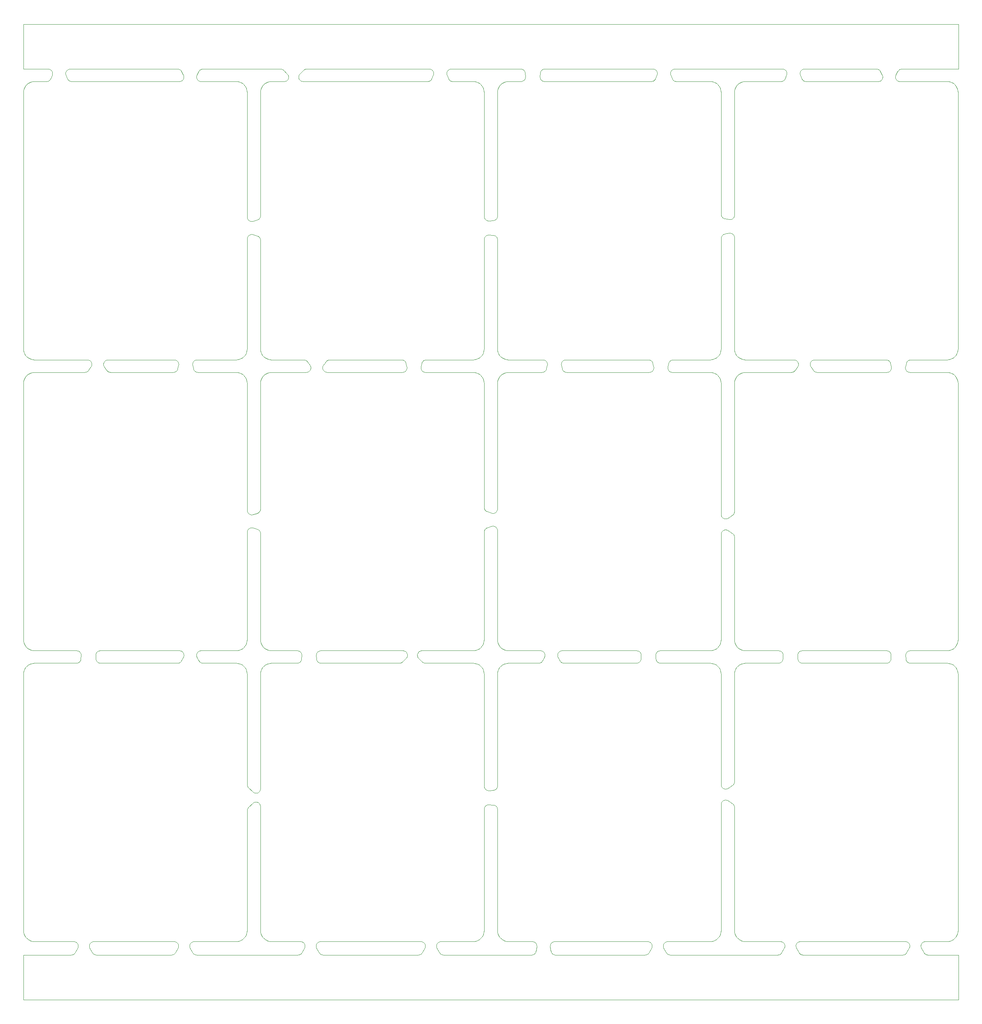
<source format=gko>
%MOIN*%
%OFA0B0*%
%FSLAX44Y44*%
%IPPOS*%
%LPD*%
%ADD10C,0*%
D10*
X00021850Y00056299D02*
X00021850Y00056299D01*
X00024693Y00056299D01*
X00024712Y00056298D01*
X00024731Y00056297D01*
X00024749Y00056295D01*
X00024768Y00056292D01*
X00024786Y00056288D01*
X00024804Y00056283D01*
X00024822Y00056277D01*
X00024840Y00056270D01*
X00024857Y00056263D01*
X00024874Y00056255D01*
X00024891Y00056246D01*
X00024907Y00056236D01*
X00024922Y00056225D01*
X00024937Y00056214D01*
X00024952Y00056202D01*
X00024966Y00056189D01*
X00024979Y00056176D01*
X00024991Y00056162D01*
X00025003Y00056147D01*
X00025015Y00056132D01*
X00025232Y00055824D01*
X00025255Y00055788D01*
X00025274Y00055749D01*
X00025288Y00055709D01*
X00025298Y00055667D01*
X00025303Y00055624D01*
X00025304Y00055581D01*
X00025300Y00055538D01*
X00025291Y00055496D01*
X00025278Y00055455D01*
X00025260Y00055416D01*
X00025238Y00055379D01*
X00025212Y00055345D01*
X00025183Y00055313D01*
X00025150Y00055285D01*
X00025115Y00055261D01*
X00025077Y00055240D01*
X00025037Y00055224D01*
X00024996Y00055213D01*
X00024953Y00055206D01*
X00024910Y00055203D01*
X00021850Y00055203D01*
X00021696Y00055191D01*
X00021546Y00055155D01*
X00021403Y00055096D01*
X00021271Y00055015D01*
X00021154Y00054915D01*
X00021054Y00054798D01*
X00020973Y00054666D01*
X00020914Y00054523D01*
X00020878Y00054373D01*
X00020866Y00054219D01*
X00020866Y00043178D01*
X00020865Y00043154D01*
X00020863Y00043129D01*
X00020859Y00043104D01*
X00020853Y00043080D01*
X00020846Y00043056D01*
X00020838Y00043033D01*
X00020828Y00043010D01*
X00020817Y00042988D01*
X00020804Y00042967D01*
X00020790Y00042946D01*
X00020775Y00042927D01*
X00020758Y00042908D01*
X00020741Y00042891D01*
X00020722Y00042874D01*
X00020702Y00042859D01*
X00020682Y00042845D01*
X00020660Y00042833D01*
X00020638Y00042822D01*
X00020615Y00042812D01*
X00020592Y00042804D01*
X00020214Y00042682D01*
X00020178Y00042673D01*
X00020142Y00042667D01*
X00020105Y00042664D01*
X00020068Y00042665D01*
X00020031Y00042669D01*
X00019995Y00042676D01*
X00019960Y00042687D01*
X00019925Y00042702D01*
X00019893Y00042719D01*
X00019862Y00042739D01*
X00019833Y00042763D01*
X00019807Y00042788D01*
X00019783Y00042817D01*
X00019761Y00042847D01*
X00019743Y00042879D01*
X00019728Y00042913D01*
X00019716Y00042948D01*
X00019707Y00042984D01*
X00019702Y00043020D01*
X00019700Y00043057D01*
X00019700Y00054219D01*
X00019688Y00054373D01*
X00019652Y00054523D01*
X00019593Y00054666D01*
X00019512Y00054798D01*
X00019412Y00054915D01*
X00019295Y00055015D01*
X00019163Y00055096D01*
X00019020Y00055155D01*
X00018870Y00055191D01*
X00018716Y00055203D01*
X00015356Y00055203D01*
X00015330Y00055204D01*
X00015303Y00055207D01*
X00015277Y00055211D01*
X00015252Y00055217D01*
X00015226Y00055225D01*
X00015202Y00055235D01*
X00015178Y00055246D01*
X00015155Y00055259D01*
X00015133Y00055273D01*
X00015111Y00055288D01*
X00015091Y00055306D01*
X00015072Y00055324D01*
X00015055Y00055343D01*
X00015038Y00055364D01*
X00015024Y00055386D01*
X00015010Y00055409D01*
X00014998Y00055432D01*
X00014988Y00055457D01*
X00014980Y00055481D01*
X00014973Y00055507D01*
X00014900Y00055815D01*
X00014894Y00055850D01*
X00014890Y00055885D01*
X00014890Y00055920D01*
X00014893Y00055956D01*
X00014899Y00055991D01*
X00014908Y00056025D01*
X00014921Y00056058D01*
X00014936Y00056090D01*
X00014954Y00056121D01*
X00014975Y00056149D01*
X00014998Y00056176D01*
X00015024Y00056201D01*
X00015051Y00056223D01*
X00015081Y00056243D01*
X00015112Y00056259D01*
X00015145Y00056273D01*
X00015178Y00056284D01*
X00015213Y00056292D01*
X00015248Y00056297D01*
X00015283Y00056299D01*
X00018716Y00056299D01*
X00018870Y00056311D01*
X00019020Y00056347D01*
X00019163Y00056406D01*
X00019295Y00056487D01*
X00019412Y00056587D01*
X00019512Y00056704D01*
X00019593Y00056836D01*
X00019652Y00056979D01*
X00019688Y00057129D01*
X00019700Y00057283D01*
X00019700Y00066948D01*
X00019702Y00066985D01*
X00019707Y00067022D01*
X00019716Y00067058D01*
X00019728Y00067093D01*
X00019743Y00067127D01*
X00019761Y00067159D01*
X00019783Y00067189D01*
X00019807Y00067217D01*
X00019833Y00067243D01*
X00019862Y00067266D01*
X00019893Y00067287D01*
X00019925Y00067304D01*
X00019960Y00067318D01*
X00019995Y00067329D01*
X00020031Y00067337D01*
X00020068Y00067341D01*
X00020105Y00067342D01*
X00020142Y00067339D01*
X00020178Y00067333D01*
X00020214Y00067323D01*
X00020592Y00067202D01*
X00020615Y00067194D01*
X00020638Y00067184D01*
X00020660Y00067173D01*
X00020682Y00067160D01*
X00020702Y00067146D01*
X00020722Y00067131D01*
X00020741Y00067115D01*
X00020758Y00067097D01*
X00020775Y00067079D01*
X00020790Y00067059D01*
X00020804Y00067039D01*
X00020817Y00067017D01*
X00020828Y00066995D01*
X00020838Y00066973D01*
X00020846Y00066949D01*
X00020853Y00066925D01*
X00020859Y00066901D01*
X00020863Y00066877D01*
X00020865Y00066852D01*
X00020866Y00066827D01*
X00020866Y00057283D01*
X00020878Y00057129D01*
X00020914Y00056979D01*
X00020973Y00056836D01*
X00021054Y00056704D01*
X00021154Y00056587D01*
X00021271Y00056487D01*
X00021403Y00056406D01*
X00021546Y00056347D01*
X00021696Y00056311D01*
X00021850Y00056299D01*
X00061433Y00054219D02*
X00061433Y00054219D01*
X00061420Y00054373D01*
X00061384Y00054523D01*
X00061325Y00054666D01*
X00061245Y00054798D01*
X00061144Y00054915D01*
X00061027Y00055015D01*
X00060895Y00055096D01*
X00060752Y00055155D01*
X00060602Y00055191D01*
X00060448Y00055203D01*
X00057124Y00055203D01*
X00057089Y00055205D01*
X00057054Y00055210D01*
X00057019Y00055218D01*
X00056986Y00055229D01*
X00056953Y00055242D01*
X00056922Y00055259D01*
X00056893Y00055279D01*
X00056865Y00055301D01*
X00056840Y00055325D01*
X00056816Y00055352D01*
X00056796Y00055380D01*
X00056777Y00055410D01*
X00056762Y00055442D01*
X00056750Y00055475D01*
X00056740Y00055509D01*
X00056734Y00055544D01*
X00056731Y00055579D01*
X00056731Y00055615D01*
X00056734Y00055650D01*
X00056740Y00055685D01*
X00056810Y00055992D01*
X00056817Y00056018D01*
X00056825Y00056043D01*
X00056836Y00056068D01*
X00056847Y00056091D01*
X00056861Y00056114D01*
X00056876Y00056136D01*
X00056892Y00056157D01*
X00056909Y00056177D01*
X00056928Y00056196D01*
X00056949Y00056213D01*
X00056970Y00056229D01*
X00056992Y00056243D01*
X00057015Y00056256D01*
X00057039Y00056267D01*
X00057064Y00056277D01*
X00057089Y00056285D01*
X00057115Y00056291D01*
X00057141Y00056295D01*
X00057168Y00056298D01*
X00057194Y00056299D01*
X00060448Y00056299D01*
X00060602Y00056311D01*
X00060752Y00056347D01*
X00060895Y00056406D01*
X00061027Y00056487D01*
X00061144Y00056587D01*
X00061245Y00056704D01*
X00061325Y00056836D01*
X00061384Y00056979D01*
X00061420Y00057129D01*
X00061433Y00057283D01*
X00061433Y00066985D01*
X00061434Y00067013D01*
X00061436Y00067040D01*
X00061441Y00067067D01*
X00061448Y00067094D01*
X00061456Y00067120D01*
X00061467Y00067145D01*
X00061479Y00067170D01*
X00061492Y00067194D01*
X00061508Y00067216D01*
X00061525Y00067238D01*
X00061543Y00067259D01*
X00061563Y00067278D01*
X00061584Y00067295D01*
X00061606Y00067311D01*
X00061629Y00067326D01*
X00061654Y00067339D01*
X00061679Y00067350D01*
X00061705Y00067359D01*
X00061731Y00067367D01*
X00061758Y00067373D01*
X00062136Y00067440D01*
X00062170Y00067444D01*
X00062204Y00067446D01*
X00062238Y00067444D01*
X00062272Y00067440D01*
X00062306Y00067432D01*
X00062339Y00067422D01*
X00062371Y00067409D01*
X00062401Y00067393D01*
X00062430Y00067374D01*
X00062457Y00067353D01*
X00062483Y00067330D01*
X00062506Y00067305D01*
X00062527Y00067278D01*
X00062545Y00067249D01*
X00062561Y00067218D01*
X00062574Y00067187D01*
X00062585Y00067154D01*
X00062592Y00067120D01*
X00062596Y00067086D01*
X00062598Y00067052D01*
X00062598Y00057283D01*
X00062610Y00057129D01*
X00062646Y00056979D01*
X00062705Y00056836D01*
X00062786Y00056704D01*
X00062886Y00056587D01*
X00063004Y00056487D01*
X00063135Y00056406D01*
X00063278Y00056347D01*
X00063428Y00056311D01*
X00063582Y00056299D01*
X00067838Y00056299D01*
X00067881Y00056296D01*
X00067924Y00056289D01*
X00067965Y00056278D01*
X00068005Y00056262D01*
X00068043Y00056241D01*
X00068079Y00056217D01*
X00068111Y00056189D01*
X00068141Y00056157D01*
X00068167Y00056122D01*
X00068188Y00056085D01*
X00068206Y00056046D01*
X00068219Y00056005D01*
X00068228Y00055963D01*
X00068232Y00055920D01*
X00068231Y00055876D01*
X00068225Y00055834D01*
X00068215Y00055792D01*
X00068201Y00055751D01*
X00068182Y00055713D01*
X00068159Y00055676D01*
X00067939Y00055368D01*
X00067927Y00055353D01*
X00067916Y00055339D01*
X00067903Y00055325D01*
X00067890Y00055312D01*
X00067876Y00055299D01*
X00067861Y00055287D01*
X00067846Y00055276D01*
X00067831Y00055266D01*
X00067815Y00055256D01*
X00067798Y00055247D01*
X00067782Y00055239D01*
X00067764Y00055232D01*
X00067747Y00055225D01*
X00067729Y00055219D01*
X00067711Y00055214D01*
X00067693Y00055211D01*
X00067674Y00055207D01*
X00067656Y00055205D01*
X00067637Y00055204D01*
X00067618Y00055203D01*
X00063582Y00055203D01*
X00063428Y00055191D01*
X00063278Y00055155D01*
X00063135Y00055096D01*
X00063004Y00055015D01*
X00062886Y00054915D01*
X00062786Y00054798D01*
X00062705Y00054666D01*
X00062646Y00054523D01*
X00062610Y00054373D01*
X00062598Y00054219D01*
X00062598Y00042948D01*
X00062597Y00042928D01*
X00062596Y00042909D01*
X00062594Y00042890D01*
X00062590Y00042871D01*
X00062586Y00042852D01*
X00062581Y00042833D01*
X00062575Y00042814D01*
X00062568Y00042796D01*
X00062560Y00042778D01*
X00062551Y00042761D01*
X00062541Y00042744D01*
X00062531Y00042728D01*
X00062519Y00042712D01*
X00062507Y00042697D01*
X00062495Y00042682D01*
X00062481Y00042668D01*
X00062467Y00042655D01*
X00062452Y00042642D01*
X00062437Y00042630D01*
X00062421Y00042619D01*
X00062043Y00042370D01*
X00062006Y00042349D01*
X00061968Y00042332D01*
X00061927Y00042319D01*
X00061886Y00042310D01*
X00061844Y00042306D01*
X00061801Y00042306D01*
X00061759Y00042311D01*
X00061718Y00042321D01*
X00061678Y00042334D01*
X00061640Y00042352D01*
X00061603Y00042375D01*
X00061570Y00042400D01*
X00061539Y00042430D01*
X00061512Y00042462D01*
X00061488Y00042497D01*
X00061469Y00042535D01*
X00061453Y00042574D01*
X00061442Y00042615D01*
X00061435Y00042657D01*
X00061433Y00042699D01*
X00061433Y00054219D01*
X00026181Y00030708D02*
X00026181Y00030708D01*
X00033411Y00030708D01*
X00033457Y00030705D01*
X00033503Y00030697D01*
X00033548Y00030683D01*
X00033590Y00030665D01*
X00033631Y00030641D01*
X00033668Y00030613D01*
X00033701Y00030580D01*
X00033731Y00030544D01*
X00033755Y00030504D01*
X00033776Y00030462D01*
X00033790Y00030418D01*
X00033800Y00030372D01*
X00033804Y00030326D01*
X00033803Y00030279D01*
X00033796Y00030233D01*
X00033783Y00030188D01*
X00033766Y00030145D01*
X00033743Y00030104D01*
X00033716Y00030066D01*
X00033684Y00030032D01*
X00033366Y00029724D01*
X00033355Y00029713D01*
X00033344Y00029703D01*
X00033332Y00029694D01*
X00033320Y00029685D01*
X00033307Y00029677D01*
X00033294Y00029669D01*
X00033281Y00029661D01*
X00033268Y00029654D01*
X00033254Y00029648D01*
X00033240Y00029642D01*
X00033226Y00029636D01*
X00033212Y00029631D01*
X00033197Y00029627D01*
X00033183Y00029623D01*
X00033168Y00029620D01*
X00033153Y00029618D01*
X00033138Y00029616D01*
X00033123Y00029614D01*
X00033108Y00029613D01*
X00033092Y00029613D01*
X00026198Y00029613D01*
X00026169Y00029614D01*
X00026139Y00029617D01*
X00026110Y00029623D01*
X00026081Y00029631D01*
X00026053Y00029641D01*
X00026026Y00029653D01*
X00025999Y00029667D01*
X00025974Y00029683D01*
X00025951Y00029701D01*
X00025928Y00029720D01*
X00025907Y00029742D01*
X00025888Y00029764D01*
X00025871Y00029789D01*
X00025855Y00029814D01*
X00025842Y00029841D01*
X00025830Y00029868D01*
X00025821Y00029896D01*
X00025813Y00029925D01*
X00025808Y00029955D01*
X00025805Y00029984D01*
X00025788Y00030292D01*
X00025787Y00030324D01*
X00025789Y00030356D01*
X00025794Y00030388D01*
X00025801Y00030419D01*
X00025811Y00030449D01*
X00025823Y00030479D01*
X00025838Y00030508D01*
X00025855Y00030535D01*
X00025874Y00030561D01*
X00025895Y00030585D01*
X00025918Y00030607D01*
X00025942Y00030628D01*
X00025969Y00030646D01*
X00025996Y00030662D01*
X00026025Y00030676D01*
X00026055Y00030687D01*
X00026086Y00030696D01*
X00026117Y00030703D01*
X00026149Y00030707D01*
X00026181Y00030708D01*
X00040566Y00054219D02*
X00040566Y00054219D01*
X00040554Y00054373D01*
X00040518Y00054523D01*
X00040459Y00054666D01*
X00040378Y00054798D01*
X00040278Y00054915D01*
X00040161Y00055015D01*
X00040029Y00055096D01*
X00039886Y00055155D01*
X00039736Y00055191D01*
X00039582Y00055203D01*
X00035389Y00055203D01*
X00035354Y00055205D01*
X00035319Y00055210D01*
X00035285Y00055218D01*
X00035251Y00055229D01*
X00035219Y00055242D01*
X00035187Y00055259D01*
X00035158Y00055279D01*
X00035130Y00055301D01*
X00035105Y00055325D01*
X00035082Y00055352D01*
X00035061Y00055380D01*
X00035043Y00055410D01*
X00035027Y00055442D01*
X00035015Y00055475D01*
X00035006Y00055509D01*
X00034999Y00055544D01*
X00034996Y00055579D01*
X00034996Y00055615D01*
X00034999Y00055650D01*
X00035005Y00055685D01*
X00035076Y00055992D01*
X00035082Y00056018D01*
X00035091Y00056043D01*
X00035101Y00056068D01*
X00035113Y00056091D01*
X00035126Y00056114D01*
X00035141Y00056136D01*
X00035157Y00056157D01*
X00035175Y00056177D01*
X00035194Y00056196D01*
X00035214Y00056213D01*
X00035235Y00056229D01*
X00035257Y00056243D01*
X00035281Y00056256D01*
X00035305Y00056267D01*
X00035329Y00056277D01*
X00035355Y00056285D01*
X00035380Y00056291D01*
X00035407Y00056295D01*
X00035433Y00056298D01*
X00035459Y00056299D01*
X00039582Y00056299D01*
X00039736Y00056311D01*
X00039886Y00056347D01*
X00040029Y00056406D01*
X00040161Y00056487D01*
X00040278Y00056587D01*
X00040378Y00056704D01*
X00040459Y00056836D01*
X00040518Y00056979D01*
X00040554Y00057129D01*
X00040566Y00057283D01*
X00040566Y00066894D01*
X00040568Y00066926D01*
X00040572Y00066959D01*
X00040578Y00066990D01*
X00040587Y00067021D01*
X00040599Y00067051D01*
X00040613Y00067080D01*
X00040630Y00067108D01*
X00040648Y00067135D01*
X00040669Y00067159D01*
X00040692Y00067182D01*
X00040716Y00067203D01*
X00040742Y00067222D01*
X00040770Y00067239D01*
X00040799Y00067253D01*
X00040829Y00067265D01*
X00040860Y00067275D01*
X00040891Y00067282D01*
X00040923Y00067286D01*
X00040956Y00067288D01*
X00040988Y00067287D01*
X00041366Y00067260D01*
X00041395Y00067257D01*
X00041424Y00067252D01*
X00041453Y00067244D01*
X00041481Y00067234D01*
X00041508Y00067223D01*
X00041534Y00067209D01*
X00041559Y00067193D01*
X00041583Y00067176D01*
X00041605Y00067157D01*
X00041626Y00067136D01*
X00041645Y00067113D01*
X00041663Y00067090D01*
X00041679Y00067065D01*
X00041693Y00067039D01*
X00041704Y00067012D01*
X00041714Y00066984D01*
X00041722Y00066955D01*
X00041727Y00066926D01*
X00041731Y00066897D01*
X00041732Y00066867D01*
X00041732Y00057283D01*
X00041744Y00057129D01*
X00041780Y00056979D01*
X00041839Y00056836D01*
X00041920Y00056704D01*
X00042020Y00056587D01*
X00042138Y00056487D01*
X00042269Y00056406D01*
X00042412Y00056347D01*
X00042562Y00056311D01*
X00042716Y00056299D01*
X00045735Y00056299D01*
X00045770Y00056297D01*
X00045805Y00056292D01*
X00045840Y00056284D01*
X00045874Y00056273D01*
X00045906Y00056259D01*
X00045938Y00056243D01*
X00045967Y00056223D01*
X00045995Y00056201D01*
X00046020Y00056176D01*
X00046044Y00056149D01*
X00046064Y00056121D01*
X00046082Y00056090D01*
X00046098Y00056058D01*
X00046110Y00056025D01*
X00046119Y00055991D01*
X00046125Y00055956D01*
X00046128Y00055920D01*
X00046128Y00055885D01*
X00046125Y00055850D01*
X00046118Y00055815D01*
X00046046Y00055507D01*
X00046039Y00055481D01*
X00046030Y00055457D01*
X00046020Y00055432D01*
X00046008Y00055409D01*
X00045995Y00055386D01*
X00045980Y00055364D01*
X00045964Y00055343D01*
X00045946Y00055324D01*
X00045927Y00055306D01*
X00045907Y00055288D01*
X00045886Y00055273D01*
X00045863Y00055259D01*
X00045840Y00055246D01*
X00045816Y00055235D01*
X00045792Y00055225D01*
X00045767Y00055217D01*
X00045741Y00055211D01*
X00045715Y00055207D01*
X00045689Y00055204D01*
X00045662Y00055203D01*
X00042716Y00055203D01*
X00042562Y00055191D01*
X00042412Y00055155D01*
X00042269Y00055096D01*
X00042138Y00055015D01*
X00042020Y00054915D01*
X00041920Y00054798D01*
X00041839Y00054666D01*
X00041780Y00054523D01*
X00041744Y00054373D01*
X00041732Y00054219D01*
X00041732Y00043189D01*
X00041730Y00043151D01*
X00041725Y00043114D01*
X00041716Y00043078D01*
X00041704Y00043043D01*
X00041688Y00043009D01*
X00041670Y00042976D01*
X00041648Y00042946D01*
X00041624Y00042918D01*
X00041597Y00042892D01*
X00041567Y00042869D01*
X00041536Y00042848D01*
X00041503Y00042831D01*
X00041468Y00042817D01*
X00041432Y00042807D01*
X00041396Y00042799D01*
X00041359Y00042796D01*
X00041321Y00042795D01*
X00041284Y00042799D01*
X00041247Y00042806D01*
X00041212Y00042816D01*
X00040834Y00042944D01*
X00040811Y00042953D01*
X00040788Y00042963D01*
X00040767Y00042974D01*
X00040746Y00042987D01*
X00040726Y00043001D01*
X00040706Y00043016D01*
X00040688Y00043032D01*
X00040671Y00043050D01*
X00040655Y00043068D01*
X00040640Y00043088D01*
X00040626Y00043108D01*
X00040614Y00043129D01*
X00040603Y00043151D01*
X00040594Y00043174D01*
X00040585Y00043197D01*
X00040579Y00043220D01*
X00040573Y00043244D01*
X00040569Y00043268D01*
X00040567Y00043293D01*
X00040566Y00043317D01*
X00040566Y00054219D01*
X00006756Y00030708D02*
X00006756Y00030708D01*
X00013732Y00030708D01*
X00013773Y00030706D01*
X00013813Y00030700D01*
X00013852Y00030690D01*
X00013890Y00030675D01*
X00013926Y00030657D01*
X00013960Y00030636D01*
X00013992Y00030611D01*
X00014021Y00030582D01*
X00014047Y00030551D01*
X00014069Y00030518D01*
X00014089Y00030482D01*
X00014104Y00030445D01*
X00014115Y00030406D01*
X00014123Y00030366D01*
X00014126Y00030326D01*
X00014125Y00030286D01*
X00014120Y00030246D01*
X00014111Y00030206D01*
X00014098Y00030168D01*
X00014081Y00030131D01*
X00013919Y00029823D01*
X00013908Y00029805D01*
X00013897Y00029787D01*
X00013885Y00029769D01*
X00013871Y00029752D01*
X00013857Y00029737D01*
X00013842Y00029721D01*
X00013826Y00029707D01*
X00013809Y00029694D01*
X00013792Y00029681D01*
X00013774Y00029670D01*
X00013755Y00029659D01*
X00013736Y00029649D01*
X00013717Y00029641D01*
X00013697Y00029634D01*
X00013676Y00029627D01*
X00013655Y00029622D01*
X00013634Y00029618D01*
X00013613Y00029615D01*
X00013592Y00029613D01*
X00013570Y00029613D01*
X00006773Y00029613D01*
X00006743Y00029614D01*
X00006714Y00029617D01*
X00006684Y00029623D01*
X00006656Y00029631D01*
X00006628Y00029641D01*
X00006600Y00029653D01*
X00006574Y00029667D01*
X00006549Y00029683D01*
X00006525Y00029701D01*
X00006503Y00029720D01*
X00006482Y00029742D01*
X00006463Y00029764D01*
X00006445Y00029789D01*
X00006430Y00029814D01*
X00006416Y00029841D01*
X00006405Y00029868D01*
X00006395Y00029896D01*
X00006388Y00029925D01*
X00006383Y00029955D01*
X00006380Y00029984D01*
X00006362Y00030292D01*
X00006362Y00030324D01*
X00006364Y00030356D01*
X00006369Y00030388D01*
X00006376Y00030419D01*
X00006386Y00030449D01*
X00006398Y00030479D01*
X00006412Y00030508D01*
X00006429Y00030535D01*
X00006448Y00030561D01*
X00006469Y00030585D01*
X00006492Y00030607D01*
X00006517Y00030628D01*
X00006543Y00030646D01*
X00006571Y00030662D01*
X00006600Y00030676D01*
X00006630Y00030687D01*
X00006660Y00030696D01*
X00006692Y00030703D01*
X00006724Y00030707D01*
X00006756Y00030708D01*
X00068771Y00081889D02*
X00068771Y00081889D01*
X00075108Y00081889D01*
X00075129Y00081889D01*
X00075151Y00081887D01*
X00075172Y00081884D01*
X00075193Y00081880D01*
X00075214Y00081875D01*
X00075234Y00081868D01*
X00075255Y00081861D01*
X00075274Y00081852D01*
X00075294Y00081843D01*
X00075312Y00081832D01*
X00075330Y00081820D01*
X00075348Y00081808D01*
X00075364Y00081794D01*
X00075380Y00081780D01*
X00075395Y00081764D01*
X00075410Y00081748D01*
X00075423Y00081731D01*
X00075435Y00081714D01*
X00075447Y00081695D01*
X00075457Y00081677D01*
X00075617Y00081369D01*
X00075633Y00081332D01*
X00075646Y00081294D01*
X00075655Y00081255D01*
X00075660Y00081215D01*
X00075661Y00081174D01*
X00075657Y00081134D01*
X00075650Y00081094D01*
X00075638Y00081056D01*
X00075623Y00081019D01*
X00075603Y00080983D01*
X00075581Y00080950D01*
X00075555Y00080919D01*
X00075526Y00080891D01*
X00075494Y00080866D01*
X00075460Y00080845D01*
X00075424Y00080827D01*
X00075386Y00080812D01*
X00075347Y00080802D01*
X00075307Y00080796D01*
X00075267Y00080794D01*
X00068899Y00080794D01*
X00068876Y00080795D01*
X00068853Y00080797D01*
X00068830Y00080800D01*
X00068807Y00080805D01*
X00068785Y00080811D01*
X00068763Y00080818D01*
X00068742Y00080827D01*
X00068721Y00080837D01*
X00068700Y00080848D01*
X00068681Y00080860D01*
X00068662Y00080874D01*
X00068644Y00080888D01*
X00068627Y00080904D01*
X00068610Y00080920D01*
X00068595Y00080938D01*
X00068581Y00080956D01*
X00068568Y00080975D01*
X00068556Y00080995D01*
X00068545Y00081015D01*
X00068536Y00081036D01*
X00068408Y00081344D01*
X00068395Y00081381D01*
X00068385Y00081418D01*
X00068379Y00081456D01*
X00068377Y00081495D01*
X00068379Y00081534D01*
X00068385Y00081572D01*
X00068394Y00081609D01*
X00068407Y00081646D01*
X00068424Y00081681D01*
X00068444Y00081714D01*
X00068467Y00081745D01*
X00068493Y00081774D01*
X00068521Y00081800D01*
X00068552Y00081823D01*
X00068585Y00081843D01*
X00068620Y00081859D01*
X00068657Y00081872D01*
X00068694Y00081882D01*
X00068732Y00081887D01*
X00068771Y00081889D01*
X00057360Y00081889D02*
X00057360Y00081889D01*
X00066824Y00081889D01*
X00066863Y00081887D01*
X00066901Y00081882D01*
X00066939Y00081872D01*
X00066975Y00081859D01*
X00067010Y00081843D01*
X00067043Y00081823D01*
X00067074Y00081800D01*
X00067103Y00081774D01*
X00067129Y00081745D01*
X00067152Y00081714D01*
X00067172Y00081681D01*
X00067188Y00081646D01*
X00067201Y00081609D01*
X00067211Y00081572D01*
X00067216Y00081534D01*
X00067218Y00081495D01*
X00067216Y00081456D01*
X00067210Y00081418D01*
X00067201Y00081381D01*
X00067188Y00081344D01*
X00067060Y00081036D01*
X00067050Y00081015D01*
X00067039Y00080995D01*
X00067028Y00080975D01*
X00067014Y00080956D01*
X00067000Y00080938D01*
X00066985Y00080920D01*
X00066969Y00080904D01*
X00066952Y00080888D01*
X00066934Y00080874D01*
X00066915Y00080860D01*
X00066895Y00080848D01*
X00066875Y00080837D01*
X00066854Y00080827D01*
X00066832Y00080818D01*
X00066810Y00080811D01*
X00066788Y00080805D01*
X00066765Y00080800D01*
X00066742Y00080797D01*
X00066719Y00080795D01*
X00066696Y00080794D01*
X00063582Y00080794D01*
X00063428Y00080782D01*
X00063278Y00080746D01*
X00063135Y00080687D01*
X00063004Y00080606D01*
X00062886Y00080506D01*
X00062786Y00080388D01*
X00062705Y00080257D01*
X00062646Y00080114D01*
X00062610Y00079964D01*
X00062598Y00079810D01*
X00062598Y00069035D01*
X00062596Y00069001D01*
X00062592Y00068967D01*
X00062585Y00068933D01*
X00062574Y00068901D01*
X00062561Y00068869D01*
X00062545Y00068839D01*
X00062527Y00068810D01*
X00062506Y00068782D01*
X00062483Y00068757D01*
X00062457Y00068734D01*
X00062430Y00068713D01*
X00062401Y00068694D01*
X00062371Y00068679D01*
X00062339Y00068665D01*
X00062306Y00068655D01*
X00062272Y00068648D01*
X00062238Y00068643D01*
X00062204Y00068642D01*
X00062170Y00068643D01*
X00062136Y00068648D01*
X00061758Y00068714D01*
X00061731Y00068720D01*
X00061705Y00068728D01*
X00061679Y00068737D01*
X00061654Y00068748D01*
X00061629Y00068761D01*
X00061606Y00068776D01*
X00061584Y00068792D01*
X00061563Y00068810D01*
X00061543Y00068829D01*
X00061525Y00068849D01*
X00061508Y00068871D01*
X00061492Y00068894D01*
X00061479Y00068917D01*
X00061467Y00068942D01*
X00061456Y00068968D01*
X00061448Y00068994D01*
X00061441Y00069020D01*
X00061436Y00069047D01*
X00061434Y00069075D01*
X00061433Y00069102D01*
X00061433Y00079810D01*
X00061420Y00079964D01*
X00061384Y00080114D01*
X00061325Y00080257D01*
X00061245Y00080388D01*
X00061144Y00080506D01*
X00061027Y00080606D01*
X00060895Y00080687D01*
X00060752Y00080746D01*
X00060602Y00080782D01*
X00060448Y00080794D01*
X00057489Y00080794D01*
X00057465Y00080795D01*
X00057442Y00080797D01*
X00057419Y00080800D01*
X00057397Y00080805D01*
X00057374Y00080811D01*
X00057352Y00080818D01*
X00057331Y00080827D01*
X00057310Y00080837D01*
X00057290Y00080848D01*
X00057270Y00080860D01*
X00057251Y00080874D01*
X00057233Y00080888D01*
X00057216Y00080904D01*
X00057200Y00080920D01*
X00057184Y00080938D01*
X00057170Y00080956D01*
X00057157Y00080975D01*
X00057145Y00080995D01*
X00057135Y00081015D01*
X00057125Y00081036D01*
X00056997Y00081344D01*
X00056984Y00081381D01*
X00056974Y00081418D01*
X00056969Y00081456D01*
X00056967Y00081495D01*
X00056969Y00081534D01*
X00056974Y00081572D01*
X00056984Y00081609D01*
X00056997Y00081646D01*
X00057013Y00081681D01*
X00057033Y00081714D01*
X00057056Y00081745D01*
X00057082Y00081774D01*
X00057110Y00081800D01*
X00057141Y00081823D01*
X00057175Y00081843D01*
X00057210Y00081859D01*
X00057246Y00081872D01*
X00057284Y00081882D01*
X00057322Y00081887D01*
X00057360Y00081889D01*
X00045894Y00081889D02*
X00045894Y00081889D01*
X00055414Y00081889D01*
X00055452Y00081887D01*
X00055491Y00081882D01*
X00055528Y00081872D01*
X00055564Y00081859D01*
X00055599Y00081843D01*
X00055633Y00081823D01*
X00055664Y00081800D01*
X00055692Y00081774D01*
X00055718Y00081745D01*
X00055741Y00081714D01*
X00055761Y00081681D01*
X00055778Y00081646D01*
X00055791Y00081609D01*
X00055800Y00081572D01*
X00055805Y00081534D01*
X00055807Y00081495D01*
X00055805Y00081456D01*
X00055800Y00081418D01*
X00055790Y00081381D01*
X00055777Y00081344D01*
X00055649Y00081036D01*
X00055639Y00081015D01*
X00055629Y00080995D01*
X00055617Y00080975D01*
X00055604Y00080956D01*
X00055590Y00080938D01*
X00055574Y00080920D01*
X00055558Y00080904D01*
X00055541Y00080888D01*
X00055523Y00080874D01*
X00055504Y00080860D01*
X00055484Y00080848D01*
X00055464Y00080837D01*
X00055443Y00080827D01*
X00055422Y00080818D01*
X00055400Y00080811D01*
X00055377Y00080805D01*
X00055355Y00080800D01*
X00055332Y00080797D01*
X00055309Y00080795D01*
X00055286Y00080794D01*
X00045879Y00080794D01*
X00045847Y00080795D01*
X00045816Y00080799D01*
X00045784Y00080806D01*
X00045754Y00080814D01*
X00045724Y00080826D01*
X00045695Y00080840D01*
X00045668Y00080856D01*
X00045642Y00080874D01*
X00045617Y00080894D01*
X00045594Y00080916D01*
X00045573Y00080940D01*
X00045554Y00080966D01*
X00045537Y00080993D01*
X00045522Y00081021D01*
X00045510Y00081051D01*
X00045500Y00081081D01*
X00045493Y00081112D01*
X00045488Y00081143D01*
X00045486Y00081175D01*
X00045486Y00081207D01*
X00045501Y00081515D01*
X00045504Y00081545D01*
X00045509Y00081574D01*
X00045516Y00081603D01*
X00045525Y00081632D01*
X00045536Y00081660D01*
X00045550Y00081686D01*
X00045565Y00081712D01*
X00045583Y00081736D01*
X00045602Y00081759D01*
X00045623Y00081781D01*
X00045645Y00081801D01*
X00045669Y00081819D01*
X00045694Y00081835D01*
X00045721Y00081849D01*
X00045748Y00081861D01*
X00045776Y00081871D01*
X00045805Y00081879D01*
X00045835Y00081885D01*
X00045864Y00081888D01*
X00045894Y00081889D01*
X00015796Y00081889D02*
X00015796Y00081889D01*
X00022633Y00081889D01*
X00022648Y00081889D01*
X00022664Y00081888D01*
X00022679Y00081887D01*
X00022694Y00081885D01*
X00022709Y00081882D01*
X00022724Y00081879D01*
X00022738Y00081875D01*
X00022753Y00081871D01*
X00022767Y00081866D01*
X00022782Y00081860D01*
X00022796Y00081854D01*
X00022809Y00081848D01*
X00022823Y00081841D01*
X00022836Y00081833D01*
X00022849Y00081825D01*
X00022862Y00081816D01*
X00022874Y00081807D01*
X00022886Y00081798D01*
X00022897Y00081788D01*
X00022908Y00081777D01*
X00023224Y00081469D01*
X00023255Y00081435D01*
X00023282Y00081397D01*
X00023304Y00081356D01*
X00023322Y00081313D01*
X00023334Y00081268D01*
X00023341Y00081222D01*
X00023342Y00081175D01*
X00023338Y00081129D01*
X00023328Y00081083D01*
X00023313Y00081039D01*
X00023293Y00080997D01*
X00023268Y00080958D01*
X00023239Y00080922D01*
X00023205Y00080889D01*
X00023168Y00080861D01*
X00023128Y00080837D01*
X00023085Y00080819D01*
X00023041Y00080805D01*
X00022995Y00080797D01*
X00022948Y00080794D01*
X00021850Y00080794D01*
X00021696Y00080782D01*
X00021546Y00080746D01*
X00021403Y00080687D01*
X00021271Y00080606D01*
X00021154Y00080506D01*
X00021054Y00080388D01*
X00020973Y00080257D01*
X00020914Y00080114D01*
X00020878Y00079964D01*
X00020866Y00079810D01*
X00020866Y00068988D01*
X00020865Y00068964D01*
X00020863Y00068939D01*
X00020859Y00068914D01*
X00020853Y00068890D01*
X00020846Y00068866D01*
X00020838Y00068843D01*
X00020828Y00068820D01*
X00020817Y00068798D01*
X00020804Y00068777D01*
X00020790Y00068756D01*
X00020775Y00068737D01*
X00020758Y00068718D01*
X00020741Y00068701D01*
X00020722Y00068684D01*
X00020702Y00068669D01*
X00020682Y00068655D01*
X00020660Y00068643D01*
X00020638Y00068632D01*
X00020615Y00068622D01*
X00020592Y00068613D01*
X00020214Y00068492D01*
X00020178Y00068483D01*
X00020142Y00068477D01*
X00020105Y00068474D01*
X00020068Y00068475D01*
X00020031Y00068479D01*
X00019995Y00068486D01*
X00019960Y00068497D01*
X00019925Y00068512D01*
X00019893Y00068529D01*
X00019862Y00068549D01*
X00019833Y00068573D01*
X00019807Y00068598D01*
X00019783Y00068627D01*
X00019761Y00068657D01*
X00019743Y00068689D01*
X00019728Y00068723D01*
X00019716Y00068758D01*
X00019707Y00068794D01*
X00019702Y00068830D01*
X00019700Y00068867D01*
X00019700Y00079810D01*
X00019688Y00079964D01*
X00019652Y00080114D01*
X00019593Y00080257D01*
X00019512Y00080388D01*
X00019412Y00080506D01*
X00019295Y00080606D01*
X00019163Y00080687D01*
X00019020Y00080746D01*
X00018870Y00080782D01*
X00018716Y00080794D01*
X00015636Y00080794D01*
X00015596Y00080796D01*
X00015556Y00080802D01*
X00015517Y00080812D01*
X00015480Y00080827D01*
X00015443Y00080845D01*
X00015409Y00080866D01*
X00015378Y00080891D01*
X00015349Y00080919D01*
X00015323Y00080950D01*
X00015300Y00080983D01*
X00015281Y00081019D01*
X00015265Y00081056D01*
X00015254Y00081094D01*
X00015246Y00081134D01*
X00015243Y00081174D01*
X00015244Y00081215D01*
X00015248Y00081255D01*
X00015257Y00081294D01*
X00015270Y00081332D01*
X00015287Y00081369D01*
X00015446Y00081677D01*
X00015457Y00081695D01*
X00015468Y00081714D01*
X00015480Y00081731D01*
X00015494Y00081748D01*
X00015508Y00081764D01*
X00015523Y00081780D01*
X00015539Y00081794D01*
X00015556Y00081808D01*
X00015573Y00081820D01*
X00015591Y00081832D01*
X00015610Y00081843D01*
X00015629Y00081852D01*
X00015649Y00081861D01*
X00015669Y00081868D01*
X00015690Y00081875D01*
X00015710Y00081880D01*
X00015732Y00081884D01*
X00015753Y00081887D01*
X00015774Y00081889D01*
X00015796Y00081889D01*
X00004110Y00081889D02*
X00004110Y00081889D01*
X00013571Y00081889D01*
X00013593Y00081889D01*
X00013614Y00081887D01*
X00013636Y00081884D01*
X00013657Y00081880D01*
X00013678Y00081875D01*
X00013698Y00081868D01*
X00013718Y00081861D01*
X00013738Y00081852D01*
X00013757Y00081843D01*
X00013776Y00081832D01*
X00013794Y00081820D01*
X00013811Y00081808D01*
X00013828Y00081794D01*
X00013844Y00081780D01*
X00013859Y00081764D01*
X00013873Y00081748D01*
X00013887Y00081731D01*
X00013899Y00081714D01*
X00013910Y00081695D01*
X00013921Y00081677D01*
X00014080Y00081369D01*
X00014097Y00081332D01*
X00014110Y00081294D01*
X00014119Y00081255D01*
X00014124Y00081215D01*
X00014124Y00081174D01*
X00014121Y00081134D01*
X00014113Y00081094D01*
X00014102Y00081056D01*
X00014086Y00081019D01*
X00014067Y00080983D01*
X00014044Y00080950D01*
X00014018Y00080919D01*
X00013989Y00080891D01*
X00013958Y00080866D01*
X00013924Y00080845D01*
X00013888Y00080827D01*
X00013850Y00080812D01*
X00013811Y00080802D01*
X00013771Y00080796D01*
X00013731Y00080794D01*
X00004239Y00080794D01*
X00004215Y00080795D01*
X00004192Y00080797D01*
X00004169Y00080800D01*
X00004147Y00080805D01*
X00004124Y00080811D01*
X00004102Y00080818D01*
X00004081Y00080827D01*
X00004060Y00080837D01*
X00004040Y00080848D01*
X00004020Y00080860D01*
X00004001Y00080874D01*
X00003983Y00080888D01*
X00003966Y00080904D01*
X00003950Y00080920D01*
X00003934Y00080938D01*
X00003920Y00080956D01*
X00003907Y00080975D01*
X00003895Y00080995D01*
X00003885Y00081015D01*
X00003875Y00081036D01*
X00003747Y00081344D01*
X00003734Y00081381D01*
X00003724Y00081418D01*
X00003719Y00081456D01*
X00003717Y00081495D01*
X00003719Y00081534D01*
X00003724Y00081572D01*
X00003734Y00081609D01*
X00003747Y00081646D01*
X00003763Y00081681D01*
X00003783Y00081714D01*
X00003806Y00081745D01*
X00003832Y00081774D01*
X00003860Y00081800D01*
X00003892Y00081823D01*
X00003925Y00081843D01*
X00003960Y00081859D01*
X00003996Y00081872D01*
X00004034Y00081882D01*
X00004072Y00081887D01*
X00004110Y00081889D01*
X00013269Y00056299D02*
X00013269Y00056299D01*
X00013304Y00056297D01*
X00013339Y00056292D01*
X00013374Y00056284D01*
X00013408Y00056273D01*
X00013440Y00056259D01*
X00013471Y00056243D01*
X00013501Y00056223D01*
X00013529Y00056201D01*
X00013554Y00056176D01*
X00013577Y00056149D01*
X00013598Y00056121D01*
X00013616Y00056090D01*
X00013631Y00056058D01*
X00013644Y00056025D01*
X00013653Y00055991D01*
X00013659Y00055956D01*
X00013662Y00055920D01*
X00013662Y00055885D01*
X00013659Y00055850D01*
X00013652Y00055815D01*
X00013579Y00055507D01*
X00013573Y00055481D01*
X00013564Y00055457D01*
X00013554Y00055432D01*
X00013542Y00055409D01*
X00013529Y00055386D01*
X00013514Y00055364D01*
X00013497Y00055343D01*
X00013480Y00055324D01*
X00013461Y00055306D01*
X00013441Y00055288D01*
X00013419Y00055273D01*
X00013397Y00055259D01*
X00013374Y00055246D01*
X00013350Y00055235D01*
X00013326Y00055225D01*
X00013300Y00055217D01*
X00013275Y00055211D01*
X00013249Y00055207D01*
X00013223Y00055204D01*
X00013196Y00055203D01*
X00007663Y00055203D01*
X00007645Y00055204D01*
X00007626Y00055205D01*
X00007607Y00055207D01*
X00007589Y00055211D01*
X00007571Y00055214D01*
X00007553Y00055219D01*
X00007535Y00055225D01*
X00007517Y00055232D01*
X00007500Y00055239D01*
X00007483Y00055247D01*
X00007467Y00055256D01*
X00007451Y00055266D01*
X00007435Y00055276D01*
X00007420Y00055287D01*
X00007406Y00055299D01*
X00007392Y00055312D01*
X00007379Y00055325D01*
X00007366Y00055339D01*
X00007354Y00055353D01*
X00007343Y00055368D01*
X00007123Y00055676D01*
X00007100Y00055713D01*
X00007081Y00055751D01*
X00007066Y00055792D01*
X00007056Y00055834D01*
X00007051Y00055876D01*
X00007050Y00055920D01*
X00007054Y00055963D01*
X00007063Y00056005D01*
X00007076Y00056046D01*
X00007093Y00056085D01*
X00007115Y00056122D01*
X00007141Y00056157D01*
X00007170Y00056189D01*
X00007203Y00056217D01*
X00007238Y00056241D01*
X00007276Y00056262D01*
X00007316Y00056278D01*
X00007358Y00056289D01*
X00007400Y00056296D01*
X00007443Y00056299D01*
X00013269Y00056299D01*
X00033302Y00056299D02*
X00033302Y00056299D01*
X00033328Y00056298D01*
X00033355Y00056295D01*
X00033381Y00056291D01*
X00033407Y00056285D01*
X00033432Y00056277D01*
X00033457Y00056267D01*
X00033481Y00056256D01*
X00033504Y00056243D01*
X00033526Y00056229D01*
X00033547Y00056213D01*
X00033568Y00056196D01*
X00033587Y00056177D01*
X00033604Y00056157D01*
X00033620Y00056136D01*
X00033635Y00056114D01*
X00033649Y00056091D01*
X00033660Y00056068D01*
X00033671Y00056043D01*
X00033679Y00056018D01*
X00033686Y00055992D01*
X00033756Y00055685D01*
X00033762Y00055650D01*
X00033765Y00055615D01*
X00033765Y00055579D01*
X00033762Y00055544D01*
X00033756Y00055509D01*
X00033746Y00055475D01*
X00033734Y00055442D01*
X00033719Y00055410D01*
X00033700Y00055380D01*
X00033680Y00055352D01*
X00033656Y00055325D01*
X00033631Y00055301D01*
X00033603Y00055279D01*
X00033574Y00055259D01*
X00033543Y00055242D01*
X00033510Y00055229D01*
X00033477Y00055218D01*
X00033442Y00055210D01*
X00033407Y00055205D01*
X00033372Y00055203D01*
X00026735Y00055203D01*
X00026692Y00055206D01*
X00026649Y00055213D01*
X00026608Y00055224D01*
X00026568Y00055240D01*
X00026530Y00055261D01*
X00026495Y00055285D01*
X00026462Y00055313D01*
X00026433Y00055345D01*
X00026407Y00055379D01*
X00026385Y00055416D01*
X00026368Y00055455D01*
X00026354Y00055496D01*
X00026346Y00055538D01*
X00026341Y00055581D01*
X00026342Y00055624D01*
X00026347Y00055667D01*
X00026357Y00055709D01*
X00026372Y00055749D01*
X00026390Y00055788D01*
X00026413Y00055824D01*
X00026631Y00056132D01*
X00026642Y00056147D01*
X00026654Y00056162D01*
X00026666Y00056176D01*
X00026680Y00056189D01*
X00026693Y00056202D01*
X00026708Y00056214D01*
X00026723Y00056225D01*
X00026739Y00056236D01*
X00026755Y00056246D01*
X00026771Y00056255D01*
X00026788Y00056263D01*
X00026805Y00056270D01*
X00026823Y00056277D01*
X00026841Y00056283D01*
X00026859Y00056288D01*
X00026877Y00056292D01*
X00026896Y00056295D01*
X00026915Y00056297D01*
X00026933Y00056298D01*
X00026952Y00056299D01*
X00033302Y00056299D01*
X00055037Y00056299D02*
X00055037Y00056299D01*
X00055063Y00056298D01*
X00055089Y00056295D01*
X00055116Y00056291D01*
X00055141Y00056285D01*
X00055167Y00056277D01*
X00055191Y00056267D01*
X00055215Y00056256D01*
X00055239Y00056243D01*
X00055261Y00056229D01*
X00055282Y00056213D01*
X00055302Y00056196D01*
X00055321Y00056177D01*
X00055339Y00056157D01*
X00055355Y00056136D01*
X00055370Y00056114D01*
X00055383Y00056091D01*
X00055395Y00056068D01*
X00055405Y00056043D01*
X00055414Y00056018D01*
X00055420Y00055992D01*
X00055490Y00055685D01*
X00055497Y00055650D01*
X00055500Y00055615D01*
X00055500Y00055579D01*
X00055497Y00055544D01*
X00055490Y00055509D01*
X00055481Y00055475D01*
X00055469Y00055442D01*
X00055453Y00055410D01*
X00055435Y00055380D01*
X00055414Y00055352D01*
X00055391Y00055325D01*
X00055366Y00055301D01*
X00055338Y00055279D01*
X00055308Y00055259D01*
X00055277Y00055242D01*
X00055245Y00055229D01*
X00055211Y00055218D01*
X00055177Y00055210D01*
X00055142Y00055205D01*
X00055107Y00055203D01*
X00047822Y00055203D01*
X00047796Y00055204D01*
X00047769Y00055207D01*
X00047743Y00055211D01*
X00047718Y00055217D01*
X00047693Y00055225D01*
X00047668Y00055235D01*
X00047644Y00055246D01*
X00047621Y00055259D01*
X00047599Y00055273D01*
X00047578Y00055288D01*
X00047558Y00055306D01*
X00047539Y00055324D01*
X00047521Y00055343D01*
X00047505Y00055364D01*
X00047490Y00055386D01*
X00047476Y00055409D01*
X00047465Y00055432D01*
X00047454Y00055457D01*
X00047446Y00055481D01*
X00047439Y00055507D01*
X00047366Y00055815D01*
X00047360Y00055850D01*
X00047356Y00055885D01*
X00047356Y00055920D01*
X00047359Y00055956D01*
X00047365Y00055991D01*
X00047375Y00056025D01*
X00047387Y00056058D01*
X00047402Y00056090D01*
X00047420Y00056121D01*
X00047441Y00056149D01*
X00047464Y00056176D01*
X00047490Y00056201D01*
X00047517Y00056223D01*
X00047547Y00056243D01*
X00047578Y00056259D01*
X00047611Y00056273D01*
X00047644Y00056284D01*
X00047679Y00056292D01*
X00047714Y00056297D01*
X00047750Y00056299D01*
X00055037Y00056299D01*
X00075956Y00056299D02*
X00075956Y00056299D01*
X00075983Y00056298D01*
X00076009Y00056295D01*
X00076035Y00056291D01*
X00076061Y00056285D01*
X00076086Y00056277D01*
X00076111Y00056267D01*
X00076135Y00056256D01*
X00076158Y00056243D01*
X00076180Y00056229D01*
X00076202Y00056213D01*
X00076222Y00056196D01*
X00076241Y00056177D01*
X00076258Y00056157D01*
X00076275Y00056136D01*
X00076290Y00056114D01*
X00076303Y00056091D01*
X00076315Y00056068D01*
X00076325Y00056043D01*
X00076333Y00056018D01*
X00076340Y00055992D01*
X00076410Y00055685D01*
X00076416Y00055650D01*
X00076420Y00055615D01*
X00076420Y00055579D01*
X00076416Y00055544D01*
X00076410Y00055509D01*
X00076401Y00055475D01*
X00076388Y00055442D01*
X00076373Y00055410D01*
X00076355Y00055380D01*
X00076334Y00055352D01*
X00076311Y00055325D01*
X00076285Y00055301D01*
X00076258Y00055279D01*
X00076228Y00055259D01*
X00076197Y00055242D01*
X00076165Y00055229D01*
X00076131Y00055218D01*
X00076097Y00055210D01*
X00076062Y00055205D01*
X00076026Y00055203D01*
X00069879Y00055203D01*
X00069860Y00055204D01*
X00069842Y00055205D01*
X00069823Y00055207D01*
X00069805Y00055211D01*
X00069786Y00055214D01*
X00069768Y00055219D01*
X00069750Y00055225D01*
X00069733Y00055232D01*
X00069716Y00055239D01*
X00069699Y00055247D01*
X00069682Y00055256D01*
X00069666Y00055266D01*
X00069651Y00055276D01*
X00069636Y00055287D01*
X00069621Y00055299D01*
X00069608Y00055312D01*
X00069594Y00055325D01*
X00069582Y00055339D01*
X00069570Y00055353D01*
X00069559Y00055368D01*
X00069339Y00055676D01*
X00069315Y00055713D01*
X00069297Y00055751D01*
X00069282Y00055792D01*
X00069272Y00055834D01*
X00069266Y00055876D01*
X00069266Y00055920D01*
X00069269Y00055963D01*
X00069278Y00056005D01*
X00069291Y00056046D01*
X00069309Y00056085D01*
X00069331Y00056122D01*
X00069356Y00056157D01*
X00069386Y00056189D01*
X00069418Y00056217D01*
X00069454Y00056241D01*
X00069492Y00056262D01*
X00069532Y00056278D01*
X00069573Y00056289D01*
X00069616Y00056296D01*
X00069659Y00056299D01*
X00075956Y00056299D01*
X00068581Y00029613D02*
X00068581Y00029613D01*
X00068551Y00029614D01*
X00068522Y00029617D01*
X00068492Y00029623D01*
X00068464Y00029631D01*
X00068436Y00029641D01*
X00068408Y00029653D01*
X00068382Y00029667D01*
X00068357Y00029683D01*
X00068333Y00029701D01*
X00068311Y00029720D01*
X00068290Y00029742D01*
X00068271Y00029764D01*
X00068253Y00029789D01*
X00068238Y00029814D01*
X00068224Y00029841D01*
X00068213Y00029868D01*
X00068203Y00029896D01*
X00068196Y00029925D01*
X00068191Y00029955D01*
X00068188Y00029984D01*
X00068170Y00030292D01*
X00068170Y00030324D01*
X00068172Y00030356D01*
X00068177Y00030388D01*
X00068184Y00030419D01*
X00068194Y00030449D01*
X00068206Y00030479D01*
X00068220Y00030508D01*
X00068237Y00030535D01*
X00068256Y00030561D01*
X00068277Y00030585D01*
X00068300Y00030607D01*
X00068325Y00030628D01*
X00068351Y00030646D01*
X00068379Y00030662D01*
X00068408Y00030676D01*
X00068438Y00030687D01*
X00068468Y00030696D01*
X00068500Y00030703D01*
X00068532Y00030707D01*
X00068564Y00030708D01*
X00075997Y00030708D01*
X00076029Y00030707D01*
X00076061Y00030703D01*
X00076093Y00030696D01*
X00076123Y00030687D01*
X00076153Y00030676D01*
X00076182Y00030662D01*
X00076210Y00030646D01*
X00076236Y00030628D01*
X00076261Y00030607D01*
X00076284Y00030585D01*
X00076305Y00030561D01*
X00076324Y00030535D01*
X00076341Y00030508D01*
X00076355Y00030479D01*
X00076367Y00030449D01*
X00076377Y00030419D01*
X00076384Y00030388D01*
X00076389Y00030356D01*
X00076391Y00030324D01*
X00076391Y00030292D01*
X00076373Y00029984D01*
X00076370Y00029955D01*
X00076365Y00029925D01*
X00076358Y00029896D01*
X00076348Y00029868D01*
X00076337Y00029841D01*
X00076323Y00029814D01*
X00076308Y00029789D01*
X00076290Y00029764D01*
X00076271Y00029742D01*
X00076250Y00029720D01*
X00076228Y00029701D01*
X00076204Y00029683D01*
X00076179Y00029667D01*
X00076153Y00029653D01*
X00076125Y00029641D01*
X00076097Y00029631D01*
X00076069Y00029623D01*
X00076039Y00029617D01*
X00076010Y00029614D01*
X00075980Y00029613D01*
X00068581Y00029613D01*
X00066489Y00030708D02*
X00066489Y00030708D01*
X00066521Y00030707D01*
X00066552Y00030703D01*
X00066584Y00030696D01*
X00066614Y00030687D01*
X00066644Y00030676D01*
X00066673Y00030662D01*
X00066701Y00030646D01*
X00066727Y00030628D01*
X00066752Y00030607D01*
X00066775Y00030585D01*
X00066796Y00030561D01*
X00066815Y00030535D01*
X00066832Y00030508D01*
X00066846Y00030479D01*
X00066858Y00030449D01*
X00066868Y00030419D01*
X00066875Y00030388D01*
X00066880Y00030356D01*
X00066882Y00030324D01*
X00066882Y00030292D01*
X00066864Y00029984D01*
X00066861Y00029955D01*
X00066856Y00029925D01*
X00066849Y00029896D01*
X00066839Y00029868D01*
X00066828Y00029841D01*
X00066814Y00029814D01*
X00066799Y00029789D01*
X00066781Y00029764D01*
X00066762Y00029742D01*
X00066741Y00029720D01*
X00066719Y00029701D01*
X00066695Y00029683D01*
X00066670Y00029667D01*
X00066644Y00029653D01*
X00066616Y00029641D01*
X00066588Y00029631D01*
X00066560Y00029623D01*
X00066530Y00029617D01*
X00066501Y00029614D01*
X00066471Y00029613D01*
X00063582Y00029613D01*
X00063428Y00029601D01*
X00063278Y00029565D01*
X00063135Y00029506D01*
X00063004Y00029425D01*
X00062886Y00029325D01*
X00062786Y00029207D01*
X00062705Y00029075D01*
X00062646Y00028933D01*
X00062610Y00028783D01*
X00062598Y00028629D01*
X00062598Y00019176D01*
X00062597Y00019156D01*
X00062596Y00019137D01*
X00062594Y00019117D01*
X00062590Y00019098D01*
X00062586Y00019079D01*
X00062581Y00019061D01*
X00062575Y00019042D01*
X00062568Y00019024D01*
X00062560Y00019006D01*
X00062551Y00018989D01*
X00062541Y00018972D01*
X00062531Y00018956D01*
X00062519Y00018940D01*
X00062507Y00018924D01*
X00062495Y00018910D01*
X00062481Y00018896D01*
X00062467Y00018882D01*
X00062452Y00018870D01*
X00062437Y00018858D01*
X00062421Y00018847D01*
X00062043Y00018598D01*
X00062006Y00018577D01*
X00061968Y00018559D01*
X00061927Y00018546D01*
X00061886Y00018538D01*
X00061844Y00018533D01*
X00061801Y00018534D01*
X00061759Y00018539D01*
X00061718Y00018548D01*
X00061678Y00018562D01*
X00061640Y00018580D01*
X00061603Y00018602D01*
X00061570Y00018628D01*
X00061539Y00018657D01*
X00061512Y00018690D01*
X00061488Y00018725D01*
X00061469Y00018762D01*
X00061453Y00018802D01*
X00061442Y00018843D01*
X00061435Y00018884D01*
X00061433Y00018927D01*
X00061433Y00028629D01*
X00061420Y00028783D01*
X00061384Y00028933D01*
X00061325Y00029075D01*
X00061245Y00029207D01*
X00061144Y00029325D01*
X00061027Y00029425D01*
X00060895Y00029506D01*
X00060752Y00029565D01*
X00060602Y00029601D01*
X00060448Y00029613D01*
X00056084Y00029613D01*
X00056054Y00029614D01*
X00056024Y00029617D01*
X00055995Y00029623D01*
X00055966Y00029631D01*
X00055938Y00029641D01*
X00055911Y00029653D01*
X00055885Y00029667D01*
X00055860Y00029683D01*
X00055836Y00029701D01*
X00055813Y00029720D01*
X00055792Y00029742D01*
X00055773Y00029764D01*
X00055756Y00029789D01*
X00055740Y00029814D01*
X00055727Y00029841D01*
X00055715Y00029868D01*
X00055706Y00029896D01*
X00055698Y00029925D01*
X00055693Y00029955D01*
X00055691Y00029984D01*
X00055673Y00030292D01*
X00055673Y00030324D01*
X00055675Y00030356D01*
X00055679Y00030388D01*
X00055687Y00030419D01*
X00055696Y00030449D01*
X00055708Y00030479D01*
X00055723Y00030508D01*
X00055740Y00030535D01*
X00055759Y00030561D01*
X00055780Y00030585D01*
X00055803Y00030607D01*
X00055828Y00030628D01*
X00055854Y00030646D01*
X00055881Y00030662D01*
X00055910Y00030676D01*
X00055940Y00030687D01*
X00055971Y00030696D01*
X00056002Y00030703D01*
X00056034Y00030707D01*
X00056066Y00030708D01*
X00060448Y00030708D01*
X00060602Y00030720D01*
X00060752Y00030756D01*
X00060895Y00030815D01*
X00061027Y00030896D01*
X00061144Y00030996D01*
X00061245Y00031114D01*
X00061325Y00031246D01*
X00061384Y00031388D01*
X00061420Y00031538D01*
X00061433Y00031692D01*
X00061433Y00040953D01*
X00061435Y00040996D01*
X00061442Y00041037D01*
X00061453Y00041078D01*
X00061469Y00041118D01*
X00061488Y00041155D01*
X00061512Y00041190D01*
X00061539Y00041223D01*
X00061570Y00041252D01*
X00061603Y00041278D01*
X00061640Y00041300D01*
X00061678Y00041318D01*
X00061718Y00041332D01*
X00061759Y00041341D01*
X00061801Y00041346D01*
X00061844Y00041347D01*
X00061886Y00041342D01*
X00061927Y00041334D01*
X00061968Y00041321D01*
X00062006Y00041303D01*
X00062043Y00041282D01*
X00062421Y00041033D01*
X00062437Y00041022D01*
X00062452Y00041010D01*
X00062467Y00040998D01*
X00062481Y00040984D01*
X00062495Y00040970D01*
X00062507Y00040956D01*
X00062519Y00040940D01*
X00062531Y00040924D01*
X00062541Y00040908D01*
X00062551Y00040891D01*
X00062560Y00040874D01*
X00062568Y00040856D01*
X00062575Y00040838D01*
X00062581Y00040819D01*
X00062586Y00040801D01*
X00062590Y00040782D01*
X00062594Y00040763D01*
X00062596Y00040743D01*
X00062597Y00040724D01*
X00062598Y00040704D01*
X00062598Y00031692D01*
X00062610Y00031538D01*
X00062646Y00031388D01*
X00062705Y00031246D01*
X00062786Y00031114D01*
X00062886Y00030996D01*
X00063004Y00030896D01*
X00063135Y00030815D01*
X00063278Y00030756D01*
X00063428Y00030720D01*
X00063582Y00030708D01*
X00066489Y00030708D01*
X00047584Y00029613D02*
X00047584Y00029613D01*
X00047562Y00029613D01*
X00047541Y00029615D01*
X00047520Y00029618D01*
X00047499Y00029622D01*
X00047478Y00029627D01*
X00047458Y00029634D01*
X00047438Y00029641D01*
X00047418Y00029649D01*
X00047399Y00029659D01*
X00047380Y00029670D01*
X00047362Y00029681D01*
X00047345Y00029694D01*
X00047328Y00029707D01*
X00047312Y00029721D01*
X00047297Y00029737D01*
X00047283Y00029752D01*
X00047270Y00029769D01*
X00047257Y00029787D01*
X00047246Y00029805D01*
X00047235Y00029823D01*
X00047073Y00030131D01*
X00047056Y00030168D01*
X00047043Y00030206D01*
X00047034Y00030246D01*
X00047029Y00030286D01*
X00047028Y00030326D01*
X00047031Y00030366D01*
X00047039Y00030406D01*
X00047050Y00030445D01*
X00047066Y00030482D01*
X00047085Y00030518D01*
X00047107Y00030551D01*
X00047133Y00030582D01*
X00047162Y00030611D01*
X00047194Y00030636D01*
X00047228Y00030657D01*
X00047264Y00030675D01*
X00047302Y00030690D01*
X00047341Y00030700D01*
X00047381Y00030706D01*
X00047422Y00030708D01*
X00053991Y00030708D01*
X00054023Y00030707D01*
X00054055Y00030703D01*
X00054086Y00030696D01*
X00054117Y00030687D01*
X00054147Y00030676D01*
X00054176Y00030662D01*
X00054203Y00030646D01*
X00054230Y00030628D01*
X00054254Y00030607D01*
X00054277Y00030585D01*
X00054298Y00030561D01*
X00054317Y00030535D01*
X00054334Y00030508D01*
X00054349Y00030479D01*
X00054361Y00030449D01*
X00054371Y00030419D01*
X00054378Y00030388D01*
X00054383Y00030356D01*
X00054385Y00030324D01*
X00054384Y00030292D01*
X00054367Y00029984D01*
X00054364Y00029955D01*
X00054359Y00029925D01*
X00054351Y00029896D01*
X00054342Y00029868D01*
X00054330Y00029841D01*
X00054317Y00029814D01*
X00054301Y00029789D01*
X00054284Y00029764D01*
X00054265Y00029742D01*
X00054244Y00029720D01*
X00054221Y00029701D01*
X00054198Y00029683D01*
X00054172Y00029667D01*
X00054146Y00029653D01*
X00054119Y00029641D01*
X00054091Y00029631D01*
X00054062Y00029623D01*
X00054033Y00029617D01*
X00054003Y00029614D01*
X00053974Y00029613D01*
X00047584Y00029613D01*
X00045519Y00030708D02*
X00045519Y00030708D01*
X00045560Y00030706D01*
X00045600Y00030700D01*
X00045639Y00030690D01*
X00045677Y00030675D01*
X00045713Y00030657D01*
X00045747Y00030636D01*
X00045779Y00030611D01*
X00045808Y00030582D01*
X00045834Y00030551D01*
X00045856Y00030518D01*
X00045876Y00030482D01*
X00045891Y00030445D01*
X00045902Y00030406D01*
X00045910Y00030366D01*
X00045913Y00030326D01*
X00045912Y00030286D01*
X00045907Y00030246D01*
X00045898Y00030206D01*
X00045885Y00030168D01*
X00045868Y00030131D01*
X00045706Y00029823D01*
X00045695Y00029805D01*
X00045684Y00029787D01*
X00045672Y00029769D01*
X00045658Y00029752D01*
X00045644Y00029737D01*
X00045629Y00029721D01*
X00045613Y00029707D01*
X00045596Y00029694D01*
X00045579Y00029681D01*
X00045561Y00029670D01*
X00045542Y00029659D01*
X00045523Y00029649D01*
X00045504Y00029641D01*
X00045484Y00029634D01*
X00045463Y00029627D01*
X00045442Y00029622D01*
X00045421Y00029618D01*
X00045400Y00029615D01*
X00045379Y00029613D01*
X00045357Y00029613D01*
X00042716Y00029613D01*
X00042562Y00029601D01*
X00042412Y00029565D01*
X00042269Y00029506D01*
X00042138Y00029425D01*
X00042020Y00029325D01*
X00041920Y00029207D01*
X00041839Y00029075D01*
X00041780Y00028933D01*
X00041744Y00028783D01*
X00041732Y00028629D01*
X00041732Y00018823D01*
X00041731Y00018793D01*
X00041727Y00018764D01*
X00041722Y00018735D01*
X00041714Y00018706D01*
X00041704Y00018678D01*
X00041693Y00018651D01*
X00041679Y00018625D01*
X00041663Y00018600D01*
X00041645Y00018577D01*
X00041626Y00018554D01*
X00041605Y00018533D01*
X00041583Y00018514D01*
X00041559Y00018497D01*
X00041534Y00018481D01*
X00041508Y00018467D01*
X00041481Y00018456D01*
X00041453Y00018446D01*
X00041424Y00018438D01*
X00041395Y00018433D01*
X00041366Y00018430D01*
X00040988Y00018403D01*
X00040956Y00018402D01*
X00040923Y00018404D01*
X00040891Y00018408D01*
X00040860Y00018415D01*
X00040829Y00018425D01*
X00040799Y00018437D01*
X00040770Y00018451D01*
X00040742Y00018468D01*
X00040716Y00018487D01*
X00040692Y00018508D01*
X00040669Y00018531D01*
X00040648Y00018555D01*
X00040630Y00018582D01*
X00040613Y00018610D01*
X00040599Y00018639D01*
X00040587Y00018669D01*
X00040578Y00018700D01*
X00040572Y00018731D01*
X00040568Y00018763D01*
X00040566Y00018796D01*
X00040566Y00028629D01*
X00040554Y00028783D01*
X00040518Y00028933D01*
X00040459Y00029075D01*
X00040378Y00029207D01*
X00040278Y00029325D01*
X00040161Y00029425D01*
X00040029Y00029506D01*
X00039886Y00029565D01*
X00039736Y00029601D01*
X00039582Y00029613D01*
X00035397Y00029613D01*
X00035382Y00029613D01*
X00035367Y00029614D01*
X00035352Y00029616D01*
X00035337Y00029618D01*
X00035322Y00029620D01*
X00035307Y00029623D01*
X00035292Y00029627D01*
X00035278Y00029631D01*
X00035264Y00029636D01*
X00035249Y00029642D01*
X00035235Y00029648D01*
X00035222Y00029654D01*
X00035208Y00029661D01*
X00035195Y00029669D01*
X00035182Y00029677D01*
X00035170Y00029685D01*
X00035158Y00029694D01*
X00035146Y00029703D01*
X00035134Y00029713D01*
X00035123Y00029724D01*
X00034805Y00030032D01*
X00034774Y00030066D01*
X00034746Y00030104D01*
X00034724Y00030145D01*
X00034706Y00030188D01*
X00034694Y00030233D01*
X00034687Y00030279D01*
X00034685Y00030326D01*
X00034690Y00030372D01*
X00034699Y00030418D01*
X00034714Y00030462D01*
X00034734Y00030504D01*
X00034759Y00030544D01*
X00034788Y00030580D01*
X00034822Y00030613D01*
X00034859Y00030641D01*
X00034899Y00030665D01*
X00034942Y00030683D01*
X00034987Y00030697D01*
X00035032Y00030705D01*
X00035079Y00030708D01*
X00039582Y00030708D01*
X00039736Y00030720D01*
X00039886Y00030756D01*
X00040029Y00030815D01*
X00040161Y00030896D01*
X00040278Y00030996D01*
X00040378Y00031114D01*
X00040459Y00031246D01*
X00040518Y00031388D01*
X00040554Y00031538D01*
X00040566Y00031692D01*
X00040566Y00041150D01*
X00040567Y00041175D01*
X00040569Y00041199D01*
X00040573Y00041223D01*
X00040579Y00041247D01*
X00040585Y00041271D01*
X00040594Y00041294D01*
X00040603Y00041316D01*
X00040614Y00041338D01*
X00040626Y00041359D01*
X00040640Y00041380D01*
X00040655Y00041399D01*
X00040671Y00041418D01*
X00040688Y00041435D01*
X00040706Y00041451D01*
X00040726Y00041467D01*
X00040746Y00041480D01*
X00040767Y00041493D01*
X00040788Y00041505D01*
X00040811Y00041515D01*
X00040834Y00041523D01*
X00041212Y00041651D01*
X00041247Y00041662D01*
X00041284Y00041669D01*
X00041321Y00041672D01*
X00041359Y00041672D01*
X00041396Y00041668D01*
X00041432Y00041661D01*
X00041468Y00041650D01*
X00041503Y00041636D01*
X00041536Y00041619D01*
X00041567Y00041599D01*
X00041597Y00041575D01*
X00041624Y00041550D01*
X00041648Y00041521D01*
X00041670Y00041491D01*
X00041688Y00041459D01*
X00041704Y00041425D01*
X00041716Y00041389D01*
X00041725Y00041353D01*
X00041730Y00041316D01*
X00041732Y00041279D01*
X00041732Y00031692D01*
X00041744Y00031538D01*
X00041780Y00031388D01*
X00041839Y00031246D01*
X00041920Y00031114D01*
X00042020Y00030996D01*
X00042138Y00030896D01*
X00042269Y00030815D01*
X00042412Y00030756D01*
X00042562Y00030720D01*
X00042716Y00030708D01*
X00045519Y00030708D01*
X00024106Y00030708D02*
X00024106Y00030708D01*
X00024138Y00030707D01*
X00024170Y00030703D01*
X00024201Y00030696D01*
X00024232Y00030687D01*
X00024262Y00030676D01*
X00024291Y00030662D01*
X00024318Y00030646D01*
X00024344Y00030628D01*
X00024369Y00030607D01*
X00024392Y00030585D01*
X00024413Y00030561D01*
X00024432Y00030535D01*
X00024449Y00030508D01*
X00024464Y00030479D01*
X00024476Y00030449D01*
X00024485Y00030419D01*
X00024493Y00030388D01*
X00024497Y00030356D01*
X00024499Y00030324D01*
X00024499Y00030292D01*
X00024481Y00029984D01*
X00024479Y00029955D01*
X00024474Y00029925D01*
X00024466Y00029896D01*
X00024457Y00029868D01*
X00024445Y00029841D01*
X00024432Y00029814D01*
X00024416Y00029789D01*
X00024399Y00029764D01*
X00024380Y00029742D01*
X00024359Y00029720D01*
X00024336Y00029701D01*
X00024312Y00029683D01*
X00024287Y00029667D01*
X00024261Y00029653D01*
X00024234Y00029641D01*
X00024206Y00029631D01*
X00024177Y00029623D01*
X00024148Y00029617D01*
X00024118Y00029614D01*
X00024088Y00029613D01*
X00021850Y00029613D01*
X00021696Y00029601D01*
X00021546Y00029565D01*
X00021403Y00029506D01*
X00021271Y00029425D01*
X00021154Y00029325D01*
X00021054Y00029207D01*
X00020973Y00029075D01*
X00020914Y00028933D01*
X00020878Y00028783D01*
X00020866Y00028629D01*
X00020866Y00018565D01*
X00020863Y00018519D01*
X00020855Y00018474D01*
X00020842Y00018430D01*
X00020823Y00018388D01*
X00020800Y00018348D01*
X00020773Y00018311D01*
X00020741Y00018278D01*
X00020706Y00018248D01*
X00020667Y00018223D01*
X00020626Y00018203D01*
X00020583Y00018187D01*
X00020538Y00018177D01*
X00020492Y00018172D01*
X00020446Y00018172D01*
X00020401Y00018178D01*
X00020356Y00018189D01*
X00020313Y00018205D01*
X00020272Y00018226D01*
X00020234Y00018252D01*
X00020199Y00018282D01*
X00019821Y00018646D01*
X00019810Y00018657D01*
X00019799Y00018669D01*
X00019789Y00018681D01*
X00019779Y00018693D01*
X00019770Y00018706D01*
X00019761Y00018719D01*
X00019753Y00018733D01*
X00019745Y00018747D01*
X00019738Y00018761D01*
X00019732Y00018775D01*
X00019726Y00018790D01*
X00019720Y00018805D01*
X00019716Y00018820D01*
X00019712Y00018835D01*
X00019708Y00018851D01*
X00019705Y00018866D01*
X00019703Y00018882D01*
X00019702Y00018898D01*
X00019701Y00018913D01*
X00019700Y00018929D01*
X00019700Y00028629D01*
X00019688Y00028783D01*
X00019652Y00028933D01*
X00019593Y00029075D01*
X00019512Y00029207D01*
X00019412Y00029325D01*
X00019295Y00029425D01*
X00019163Y00029506D01*
X00019020Y00029565D01*
X00018870Y00029601D01*
X00018716Y00029613D01*
X00015797Y00029613D01*
X00015775Y00029613D01*
X00015754Y00029615D01*
X00015733Y00029618D01*
X00015712Y00029622D01*
X00015691Y00029627D01*
X00015671Y00029634D01*
X00015651Y00029641D01*
X00015631Y00029649D01*
X00015612Y00029659D01*
X00015593Y00029670D01*
X00015575Y00029681D01*
X00015558Y00029694D01*
X00015541Y00029707D01*
X00015525Y00029721D01*
X00015510Y00029737D01*
X00015496Y00029752D01*
X00015483Y00029769D01*
X00015470Y00029787D01*
X00015459Y00029805D01*
X00015448Y00029823D01*
X00015286Y00030131D01*
X00015269Y00030168D01*
X00015256Y00030206D01*
X00015247Y00030246D01*
X00015242Y00030286D01*
X00015241Y00030326D01*
X00015244Y00030366D01*
X00015252Y00030406D01*
X00015263Y00030445D01*
X00015279Y00030482D01*
X00015298Y00030518D01*
X00015320Y00030551D01*
X00015346Y00030582D01*
X00015375Y00030611D01*
X00015407Y00030636D01*
X00015441Y00030657D01*
X00015477Y00030675D01*
X00015515Y00030690D01*
X00015554Y00030700D01*
X00015594Y00030706D01*
X00015635Y00030708D01*
X00018716Y00030708D01*
X00018870Y00030720D01*
X00019020Y00030756D01*
X00019163Y00030815D01*
X00019295Y00030896D01*
X00019412Y00030996D01*
X00019512Y00031114D01*
X00019593Y00031246D01*
X00019652Y00031388D01*
X00019688Y00031538D01*
X00019700Y00031692D01*
X00019700Y00041138D01*
X00019702Y00041175D01*
X00019707Y00041212D01*
X00019716Y00041248D01*
X00019728Y00041283D01*
X00019743Y00041317D01*
X00019761Y00041349D01*
X00019783Y00041379D01*
X00019807Y00041407D01*
X00019833Y00041433D01*
X00019862Y00041456D01*
X00019893Y00041477D01*
X00019925Y00041494D01*
X00019960Y00041508D01*
X00019995Y00041519D01*
X00020031Y00041527D01*
X00020068Y00041531D01*
X00020105Y00041532D01*
X00020142Y00041529D01*
X00020178Y00041523D01*
X00020214Y00041513D01*
X00020592Y00041392D01*
X00020615Y00041384D01*
X00020638Y00041374D01*
X00020660Y00041363D01*
X00020682Y00041350D01*
X00020702Y00041336D01*
X00020722Y00041321D01*
X00020741Y00041305D01*
X00020758Y00041287D01*
X00020775Y00041269D01*
X00020790Y00041249D01*
X00020804Y00041229D01*
X00020817Y00041207D01*
X00020828Y00041185D01*
X00020838Y00041163D01*
X00020846Y00041139D01*
X00020853Y00041115D01*
X00020859Y00041091D01*
X00020863Y00041067D01*
X00020865Y00041042D01*
X00020866Y00041017D01*
X00020866Y00031692D01*
X00020878Y00031538D01*
X00020914Y00031388D01*
X00020973Y00031246D01*
X00021054Y00031114D01*
X00021154Y00030996D01*
X00021271Y00030896D01*
X00021403Y00030815D01*
X00021546Y00030756D01*
X00021696Y00030720D01*
X00021850Y00030708D01*
X00024106Y00030708D01*
X00068638Y00003937D02*
X00068638Y00003937D01*
X00068618Y00003937D01*
X00068597Y00003939D01*
X00068577Y00003941D01*
X00068557Y00003945D01*
X00068537Y00003950D01*
X00068517Y00003956D01*
X00068498Y00003963D01*
X00068479Y00003970D01*
X00068460Y00003979D01*
X00068442Y00003989D01*
X00068424Y00004000D01*
X00068407Y00004011D01*
X00068391Y00004024D01*
X00068375Y00004037D01*
X00068360Y00004051D01*
X00068346Y00004066D01*
X00068333Y00004082D01*
X00068320Y00004098D01*
X00068309Y00004115D01*
X00068298Y00004132D01*
X00068069Y00004526D01*
X00068050Y00004563D01*
X00068035Y00004601D01*
X00068025Y00004641D01*
X00068018Y00004682D01*
X00068016Y00004723D01*
X00068018Y00004764D01*
X00068024Y00004805D01*
X00068035Y00004845D01*
X00068050Y00004884D01*
X00068068Y00004920D01*
X00068091Y00004955D01*
X00068117Y00004987D01*
X00068146Y00005016D01*
X00068178Y00005042D01*
X00068213Y00005065D01*
X00068249Y00005083D01*
X00068288Y00005098D01*
X00068328Y00005109D01*
X00068368Y00005115D01*
X00068410Y00005118D01*
X00077646Y00005118D01*
X00077687Y00005115D01*
X00077728Y00005109D01*
X00077767Y00005098D01*
X00077806Y00005083D01*
X00077843Y00005065D01*
X00077877Y00005042D01*
X00077909Y00005016D01*
X00077939Y00004987D01*
X00077964Y00004955D01*
X00077987Y00004920D01*
X00078006Y00004884D01*
X00078020Y00004845D01*
X00078031Y00004805D01*
X00078037Y00004764D01*
X00078039Y00004723D01*
X00078037Y00004682D01*
X00078031Y00004641D01*
X00078020Y00004601D01*
X00078005Y00004563D01*
X00077986Y00004526D01*
X00077757Y00004132D01*
X00077747Y00004115D01*
X00077735Y00004098D01*
X00077722Y00004082D01*
X00077709Y00004066D01*
X00077695Y00004051D01*
X00077680Y00004037D01*
X00077664Y00004024D01*
X00077648Y00004011D01*
X00077631Y00004000D01*
X00077613Y00003989D01*
X00077595Y00003979D01*
X00077577Y00003970D01*
X00077558Y00003963D01*
X00077538Y00003956D01*
X00077519Y00003950D01*
X00077499Y00003945D01*
X00077478Y00003941D01*
X00077458Y00003939D01*
X00077438Y00003937D01*
X00077417Y00003937D01*
X00068638Y00003937D01*
X00056956Y00003937D02*
X00056956Y00003937D01*
X00056935Y00003937D01*
X00056915Y00003939D01*
X00056894Y00003941D01*
X00056874Y00003945D01*
X00056854Y00003950D01*
X00056835Y00003956D01*
X00056815Y00003963D01*
X00056796Y00003970D01*
X00056778Y00003979D01*
X00056760Y00003989D01*
X00056742Y00004000D01*
X00056725Y00004011D01*
X00056709Y00004024D01*
X00056693Y00004037D01*
X00056678Y00004051D01*
X00056664Y00004066D01*
X00056651Y00004082D01*
X00056638Y00004098D01*
X00056626Y00004115D01*
X00056615Y00004132D01*
X00056387Y00004526D01*
X00056368Y00004563D01*
X00056353Y00004601D01*
X00056342Y00004641D01*
X00056336Y00004682D01*
X00056334Y00004723D01*
X00056336Y00004764D01*
X00056342Y00004805D01*
X00056353Y00004845D01*
X00056367Y00004884D01*
X00056386Y00004920D01*
X00056408Y00004955D01*
X00056434Y00004987D01*
X00056463Y00005016D01*
X00056496Y00005042D01*
X00056530Y00005065D01*
X00056567Y00005083D01*
X00056605Y00005098D01*
X00056645Y00005109D01*
X00056686Y00005115D01*
X00056727Y00005118D01*
X00060448Y00005118D01*
X00060602Y00005130D01*
X00060752Y00005166D01*
X00060895Y00005225D01*
X00061027Y00005306D01*
X00061144Y00005406D01*
X00061245Y00005523D01*
X00061325Y00005655D01*
X00061384Y00005798D01*
X00061420Y00005948D01*
X00061433Y00006102D01*
X00061433Y00017181D01*
X00061435Y00017223D01*
X00061442Y00017265D01*
X00061453Y00017306D01*
X00061469Y00017345D01*
X00061488Y00017383D01*
X00061512Y00017418D01*
X00061539Y00017450D01*
X00061570Y00017480D01*
X00061603Y00017505D01*
X00061640Y00017528D01*
X00061678Y00017546D01*
X00061718Y00017559D01*
X00061759Y00017569D01*
X00061801Y00017574D01*
X00061844Y00017574D01*
X00061886Y00017570D01*
X00061927Y00017561D01*
X00061968Y00017548D01*
X00062006Y00017531D01*
X00062043Y00017510D01*
X00062421Y00017261D01*
X00062437Y00017250D01*
X00062452Y00017238D01*
X00062467Y00017225D01*
X00062481Y00017212D01*
X00062495Y00017198D01*
X00062507Y00017183D01*
X00062519Y00017168D01*
X00062531Y00017152D01*
X00062541Y00017136D01*
X00062551Y00017119D01*
X00062560Y00017102D01*
X00062568Y00017084D01*
X00062575Y00017066D01*
X00062581Y00017047D01*
X00062586Y00017028D01*
X00062590Y00017009D01*
X00062594Y00016990D01*
X00062596Y00016971D01*
X00062597Y00016952D01*
X00062598Y00016932D01*
X00062598Y00006102D01*
X00062610Y00005948D01*
X00062646Y00005798D01*
X00062705Y00005655D01*
X00062786Y00005523D01*
X00062886Y00005406D01*
X00063004Y00005306D01*
X00063135Y00005225D01*
X00063278Y00005166D01*
X00063428Y00005130D01*
X00063582Y00005118D01*
X00066642Y00005118D01*
X00066684Y00005115D01*
X00066724Y00005109D01*
X00066764Y00005098D01*
X00066803Y00005083D01*
X00066840Y00005065D01*
X00066874Y00005042D01*
X00066906Y00005016D01*
X00066935Y00004987D01*
X00066961Y00004955D01*
X00066984Y00004920D01*
X00067002Y00004884D01*
X00067017Y00004845D01*
X00067028Y00004805D01*
X00067034Y00004764D01*
X00067036Y00004723D01*
X00067034Y00004682D01*
X00067027Y00004641D01*
X00067017Y00004601D01*
X00067002Y00004563D01*
X00066983Y00004526D01*
X00066754Y00004132D01*
X00066743Y00004115D01*
X00066732Y00004098D01*
X00066719Y00004082D01*
X00066706Y00004066D01*
X00066692Y00004051D01*
X00066677Y00004037D01*
X00066661Y00004024D01*
X00066645Y00004011D01*
X00066628Y00004000D01*
X00066610Y00003989D01*
X00066592Y00003979D01*
X00066574Y00003970D01*
X00066555Y00003963D01*
X00066535Y00003956D01*
X00066515Y00003950D01*
X00066495Y00003945D01*
X00066475Y00003941D01*
X00066455Y00003939D01*
X00066434Y00003937D01*
X00066414Y00003937D01*
X00056956Y00003937D01*
X00046845Y00003937D02*
X00046845Y00003937D01*
X00046818Y00003937D01*
X00046790Y00003940D01*
X00046763Y00003945D01*
X00046736Y00003952D01*
X00046710Y00003961D01*
X00046684Y00003971D01*
X00046660Y00003983D01*
X00046636Y00003997D01*
X00046613Y00004012D01*
X00046591Y00004030D01*
X00046571Y00004048D01*
X00046552Y00004068D01*
X00046534Y00004089D01*
X00046518Y00004112D01*
X00046503Y00004135D01*
X00046490Y00004160D01*
X00046479Y00004185D01*
X00046470Y00004211D01*
X00046463Y00004238D01*
X00046457Y00004265D01*
X00046391Y00004658D01*
X00046386Y00004692D01*
X00046385Y00004727D01*
X00046387Y00004761D01*
X00046392Y00004795D01*
X00046399Y00004828D01*
X00046410Y00004860D01*
X00046423Y00004892D01*
X00046439Y00004922D01*
X00046457Y00004951D01*
X00046478Y00004978D01*
X00046501Y00005003D01*
X00046527Y00005026D01*
X00046554Y00005047D01*
X00046583Y00005065D01*
X00046613Y00005081D01*
X00046645Y00005094D01*
X00046677Y00005104D01*
X00046711Y00005112D01*
X00046745Y00005116D01*
X00046779Y00005118D01*
X00054960Y00005118D01*
X00055001Y00005115D01*
X00055042Y00005109D01*
X00055082Y00005098D01*
X00055120Y00005083D01*
X00055157Y00005065D01*
X00055192Y00005042D01*
X00055224Y00005016D01*
X00055253Y00004987D01*
X00055279Y00004955D01*
X00055301Y00004920D01*
X00055320Y00004884D01*
X00055335Y00004845D01*
X00055345Y00004805D01*
X00055352Y00004764D01*
X00055354Y00004723D01*
X00055352Y00004682D01*
X00055345Y00004641D01*
X00055334Y00004601D01*
X00055319Y00004563D01*
X00055301Y00004526D01*
X00055072Y00004132D01*
X00055061Y00004115D01*
X00055049Y00004098D01*
X00055037Y00004082D01*
X00055023Y00004066D01*
X00055009Y00004051D01*
X00054994Y00004037D01*
X00054979Y00004024D01*
X00054962Y00004011D01*
X00054945Y00004000D01*
X00054928Y00003989D01*
X00054910Y00003979D01*
X00054891Y00003970D01*
X00054872Y00003963D01*
X00054853Y00003956D01*
X00054833Y00003950D01*
X00054813Y00003945D01*
X00054793Y00003941D01*
X00054772Y00003939D01*
X00054752Y00003937D01*
X00054731Y00003937D01*
X00046845Y00003937D01*
X00036987Y00003937D02*
X00036987Y00003937D01*
X00036967Y00003937D01*
X00036946Y00003939D01*
X00036926Y00003941D01*
X00036906Y00003945D01*
X00036886Y00003950D01*
X00036866Y00003956D01*
X00036846Y00003963D01*
X00036827Y00003970D01*
X00036809Y00003979D01*
X00036791Y00003989D01*
X00036773Y00004000D01*
X00036756Y00004011D01*
X00036740Y00004024D01*
X00036724Y00004037D01*
X00036709Y00004051D01*
X00036695Y00004066D01*
X00036682Y00004082D01*
X00036669Y00004098D01*
X00036658Y00004115D01*
X00036647Y00004132D01*
X00036418Y00004526D01*
X00036399Y00004563D01*
X00036384Y00004601D01*
X00036374Y00004641D01*
X00036367Y00004682D01*
X00036365Y00004723D01*
X00036367Y00004764D01*
X00036373Y00004805D01*
X00036384Y00004845D01*
X00036399Y00004884D01*
X00036417Y00004920D01*
X00036440Y00004955D01*
X00036466Y00004987D01*
X00036495Y00005016D01*
X00036527Y00005042D01*
X00036561Y00005065D01*
X00036598Y00005083D01*
X00036637Y00005098D01*
X00036676Y00005109D01*
X00036717Y00005115D01*
X00036758Y00005118D01*
X00039582Y00005118D01*
X00039736Y00005130D01*
X00039886Y00005166D01*
X00040029Y00005225D01*
X00040161Y00005306D01*
X00040278Y00005406D01*
X00040378Y00005523D01*
X00040459Y00005655D01*
X00040518Y00005798D01*
X00040554Y00005948D01*
X00040566Y00006102D01*
X00040566Y00016769D01*
X00040568Y00016801D01*
X00040572Y00016833D01*
X00040578Y00016865D01*
X00040587Y00016895D01*
X00040599Y00016926D01*
X00040613Y00016955D01*
X00040630Y00016983D01*
X00040648Y00017009D01*
X00040669Y00017034D01*
X00040692Y00017057D01*
X00040716Y00017078D01*
X00040742Y00017097D01*
X00040770Y00017113D01*
X00040799Y00017128D01*
X00040829Y00017140D01*
X00040860Y00017149D01*
X00040891Y00017156D01*
X00040923Y00017161D01*
X00040956Y00017162D01*
X00040988Y00017161D01*
X00041366Y00017134D01*
X00041395Y00017131D01*
X00041424Y00017126D01*
X00041453Y00017118D01*
X00041481Y00017109D01*
X00041508Y00017097D01*
X00041534Y00017083D01*
X00041559Y00017068D01*
X00041583Y00017050D01*
X00041605Y00017031D01*
X00041626Y00017010D01*
X00041645Y00016988D01*
X00041663Y00016964D01*
X00041679Y00016939D01*
X00041693Y00016913D01*
X00041704Y00016886D01*
X00041714Y00016858D01*
X00041722Y00016830D01*
X00041727Y00016801D01*
X00041731Y00016771D01*
X00041732Y00016742D01*
X00041732Y00006102D01*
X00041744Y00005948D01*
X00041780Y00005798D01*
X00041839Y00005655D01*
X00041920Y00005523D01*
X00042020Y00005406D01*
X00042138Y00005306D01*
X00042269Y00005225D01*
X00042412Y00005166D01*
X00042562Y00005130D01*
X00042716Y00005118D01*
X00044804Y00005118D01*
X00044838Y00005116D01*
X00044872Y00005112D01*
X00044905Y00005104D01*
X00044938Y00005094D01*
X00044970Y00005081D01*
X00045000Y00005065D01*
X00045029Y00005047D01*
X00045056Y00005026D01*
X00045081Y00005003D01*
X00045105Y00004978D01*
X00045125Y00004951D01*
X00045144Y00004922D01*
X00045160Y00004892D01*
X00045173Y00004860D01*
X00045184Y00004828D01*
X00045191Y00004795D01*
X00045196Y00004761D01*
X00045198Y00004727D01*
X00045196Y00004692D01*
X00045192Y00004658D01*
X00045126Y00004265D01*
X00045120Y00004238D01*
X00045113Y00004211D01*
X00045103Y00004185D01*
X00045092Y00004160D01*
X00045079Y00004135D01*
X00045065Y00004112D01*
X00045049Y00004089D01*
X00045031Y00004068D01*
X00045012Y00004048D01*
X00044992Y00004030D01*
X00044970Y00004012D01*
X00044947Y00003997D01*
X00044923Y00003983D01*
X00044898Y00003971D01*
X00044873Y00003961D01*
X00044847Y00003952D01*
X00044820Y00003945D01*
X00044793Y00003940D01*
X00044765Y00003937D01*
X00044737Y00003937D01*
X00036987Y00003937D01*
X00026392Y00003937D02*
X00026392Y00003937D01*
X00026371Y00003937D01*
X00026350Y00003939D01*
X00026330Y00003941D01*
X00026310Y00003945D01*
X00026290Y00003950D01*
X00026270Y00003956D01*
X00026251Y00003963D01*
X00026232Y00003970D01*
X00026213Y00003979D01*
X00026195Y00003989D01*
X00026178Y00004000D01*
X00026161Y00004011D01*
X00026144Y00004024D01*
X00026129Y00004037D01*
X00026114Y00004051D01*
X00026100Y00004066D01*
X00026086Y00004082D01*
X00026074Y00004098D01*
X00026062Y00004115D01*
X00026051Y00004132D01*
X00025822Y00004526D01*
X00025804Y00004563D01*
X00025789Y00004601D01*
X00025778Y00004641D01*
X00025771Y00004682D01*
X00025769Y00004723D01*
X00025771Y00004764D01*
X00025778Y00004805D01*
X00025788Y00004845D01*
X00025803Y00004884D01*
X00025822Y00004920D01*
X00025844Y00004955D01*
X00025870Y00004987D01*
X00025899Y00005016D01*
X00025931Y00005042D01*
X00025966Y00005065D01*
X00026002Y00005083D01*
X00026041Y00005098D01*
X00026081Y00005109D01*
X00026122Y00005115D01*
X00026163Y00005118D01*
X00034991Y00005118D01*
X00035033Y00005115D01*
X00035073Y00005109D01*
X00035113Y00005098D01*
X00035152Y00005083D01*
X00035188Y00005065D01*
X00035223Y00005042D01*
X00035255Y00005016D01*
X00035284Y00004987D01*
X00035310Y00004955D01*
X00035333Y00004920D01*
X00035351Y00004884D01*
X00035366Y00004845D01*
X00035377Y00004805D01*
X00035383Y00004764D01*
X00035385Y00004723D01*
X00035383Y00004682D01*
X00035376Y00004641D01*
X00035365Y00004601D01*
X00035351Y00004563D01*
X00035332Y00004526D01*
X00035103Y00004132D01*
X00035092Y00004115D01*
X00035081Y00004098D01*
X00035068Y00004082D01*
X00035055Y00004066D01*
X00035040Y00004051D01*
X00035026Y00004037D01*
X00035010Y00004024D01*
X00034994Y00004011D01*
X00034977Y00004000D01*
X00034959Y00003989D01*
X00034941Y00003979D01*
X00034922Y00003970D01*
X00034903Y00003963D01*
X00034884Y00003956D01*
X00034864Y00003950D01*
X00034844Y00003945D01*
X00034824Y00003941D01*
X00034804Y00003939D01*
X00034783Y00003937D01*
X00034763Y00003937D01*
X00026392Y00003937D01*
X00015252Y00003937D02*
X00015252Y00003937D01*
X00015232Y00003937D01*
X00015211Y00003939D01*
X00015191Y00003941D01*
X00015171Y00003945D01*
X00015151Y00003950D01*
X00015131Y00003956D01*
X00015112Y00003963D01*
X00015093Y00003970D01*
X00015074Y00003979D01*
X00015056Y00003989D01*
X00015039Y00004000D01*
X00015022Y00004011D01*
X00015005Y00004024D01*
X00014990Y00004037D01*
X00014975Y00004051D01*
X00014960Y00004066D01*
X00014947Y00004082D01*
X00014935Y00004098D01*
X00014923Y00004115D01*
X00014912Y00004132D01*
X00014683Y00004526D01*
X00014665Y00004563D01*
X00014650Y00004601D01*
X00014639Y00004641D01*
X00014632Y00004682D01*
X00014630Y00004723D01*
X00014632Y00004764D01*
X00014639Y00004805D01*
X00014649Y00004845D01*
X00014664Y00004884D01*
X00014683Y00004920D01*
X00014705Y00004955D01*
X00014731Y00004987D01*
X00014760Y00005016D01*
X00014792Y00005042D01*
X00014827Y00005065D01*
X00014863Y00005083D01*
X00014902Y00005098D01*
X00014942Y00005109D01*
X00014983Y00005115D01*
X00015024Y00005118D01*
X00018716Y00005118D01*
X00018870Y00005130D01*
X00019020Y00005166D01*
X00019163Y00005225D01*
X00019295Y00005306D01*
X00019412Y00005406D01*
X00019512Y00005523D01*
X00019593Y00005655D01*
X00019652Y00005798D01*
X00019688Y00005948D01*
X00019700Y00006102D01*
X00019700Y00016635D01*
X00019701Y00016651D01*
X00019702Y00016667D01*
X00019703Y00016682D01*
X00019705Y00016698D01*
X00019708Y00016714D01*
X00019712Y00016729D01*
X00019716Y00016744D01*
X00019720Y00016759D01*
X00019726Y00016774D01*
X00019732Y00016789D01*
X00019738Y00016803D01*
X00019745Y00016818D01*
X00019753Y00016832D01*
X00019761Y00016845D01*
X00019770Y00016858D01*
X00019779Y00016871D01*
X00019789Y00016884D01*
X00019799Y00016896D01*
X00019810Y00016907D01*
X00019821Y00016919D01*
X00020199Y00017283D01*
X00020234Y00017313D01*
X00020272Y00017338D01*
X00020313Y00017359D01*
X00020356Y00017375D01*
X00020401Y00017386D01*
X00020446Y00017392D01*
X00020492Y00017392D01*
X00020538Y00017387D01*
X00020583Y00017377D01*
X00020626Y00017361D01*
X00020667Y00017341D01*
X00020706Y00017316D01*
X00020741Y00017286D01*
X00020773Y00017253D01*
X00020800Y00017216D01*
X00020823Y00017177D01*
X00020842Y00017134D01*
X00020855Y00017090D01*
X00020863Y00017045D01*
X00020866Y00016999D01*
X00020866Y00006102D01*
X00020878Y00005948D01*
X00020914Y00005798D01*
X00020973Y00005655D01*
X00021054Y00005523D01*
X00021154Y00005406D01*
X00021271Y00005306D01*
X00021403Y00005225D01*
X00021546Y00005166D01*
X00021696Y00005130D01*
X00021850Y00005118D01*
X00024396Y00005118D01*
X00024437Y00005115D01*
X00024478Y00005109D01*
X00024517Y00005098D01*
X00024556Y00005083D01*
X00024593Y00005065D01*
X00024627Y00005042D01*
X00024659Y00005016D01*
X00024689Y00004987D01*
X00024714Y00004955D01*
X00024737Y00004920D01*
X00024756Y00004884D01*
X00024770Y00004845D01*
X00024781Y00004805D01*
X00024787Y00004764D01*
X00024789Y00004723D01*
X00024787Y00004682D01*
X00024781Y00004641D01*
X00024770Y00004601D01*
X00024755Y00004563D01*
X00024736Y00004526D01*
X00024507Y00004132D01*
X00024497Y00004115D01*
X00024485Y00004098D01*
X00024472Y00004082D01*
X00024459Y00004066D01*
X00024445Y00004051D01*
X00024430Y00004037D01*
X00024414Y00004024D01*
X00024398Y00004011D01*
X00024381Y00004000D01*
X00024363Y00003989D01*
X00024345Y00003979D01*
X00024327Y00003970D01*
X00024308Y00003963D01*
X00024288Y00003956D01*
X00024269Y00003950D01*
X00024249Y00003945D01*
X00024228Y00003941D01*
X00024208Y00003939D01*
X00024188Y00003937D01*
X00024167Y00003937D01*
X00015252Y00003937D01*
X00006423Y00003937D02*
X00006423Y00003937D01*
X00006402Y00003937D01*
X00006382Y00003939D01*
X00006361Y00003941D01*
X00006341Y00003945D01*
X00006321Y00003950D01*
X00006301Y00003956D01*
X00006282Y00003963D01*
X00006263Y00003970D01*
X00006244Y00003979D01*
X00006226Y00003989D01*
X00006209Y00004000D01*
X00006192Y00004011D01*
X00006176Y00004024D01*
X00006160Y00004037D01*
X00006145Y00004051D01*
X00006131Y00004066D01*
X00006117Y00004082D01*
X00006105Y00004098D01*
X00006093Y00004115D01*
X00006082Y00004132D01*
X00005854Y00004526D01*
X00005835Y00004563D01*
X00005820Y00004601D01*
X00005809Y00004641D01*
X00005803Y00004682D01*
X00005800Y00004723D01*
X00005802Y00004764D01*
X00005809Y00004805D01*
X00005819Y00004845D01*
X00005834Y00004884D01*
X00005853Y00004920D01*
X00005875Y00004955D01*
X00005901Y00004987D01*
X00005930Y00005016D01*
X00005962Y00005042D01*
X00005997Y00005065D01*
X00006034Y00005083D01*
X00006072Y00005098D01*
X00006112Y00005109D01*
X00006153Y00005115D01*
X00006194Y00005118D01*
X00013257Y00005118D01*
X00013298Y00005115D01*
X00013339Y00005109D01*
X00013378Y00005098D01*
X00013417Y00005083D01*
X00013454Y00005065D01*
X00013488Y00005042D01*
X00013520Y00005016D01*
X00013550Y00004987D01*
X00013575Y00004955D01*
X00013598Y00004920D01*
X00013617Y00004884D01*
X00013631Y00004845D01*
X00013642Y00004805D01*
X00013648Y00004764D01*
X00013650Y00004723D01*
X00013648Y00004682D01*
X00013642Y00004641D01*
X00013631Y00004601D01*
X00013616Y00004563D01*
X00013597Y00004526D01*
X00013368Y00004132D01*
X00013358Y00004115D01*
X00013346Y00004098D01*
X00013333Y00004082D01*
X00013320Y00004066D01*
X00013306Y00004051D01*
X00013291Y00004037D01*
X00013275Y00004024D01*
X00013259Y00004011D01*
X00013242Y00004000D01*
X00013224Y00003989D01*
X00013206Y00003979D01*
X00013188Y00003970D01*
X00013169Y00003963D01*
X00013149Y00003956D01*
X00013130Y00003950D01*
X00013110Y00003945D01*
X00013089Y00003941D01*
X00013069Y00003939D01*
X00013048Y00003937D01*
X00013028Y00003937D01*
X00006423Y00003937D01*
X00037791Y00080794D02*
X00037791Y00080794D01*
X00037768Y00080795D01*
X00037745Y00080797D01*
X00037722Y00080800D01*
X00037700Y00080805D01*
X00037677Y00080811D01*
X00037655Y00080818D01*
X00037634Y00080827D01*
X00037613Y00080837D01*
X00037593Y00080848D01*
X00037573Y00080860D01*
X00037554Y00080874D01*
X00037536Y00080888D01*
X00037519Y00080904D01*
X00037503Y00080920D01*
X00037487Y00080938D01*
X00037473Y00080956D01*
X00037460Y00080975D01*
X00037448Y00080995D01*
X00037437Y00081015D01*
X00037428Y00081036D01*
X00037300Y00081344D01*
X00037287Y00081381D01*
X00037277Y00081418D01*
X00037272Y00081456D01*
X00037270Y00081495D01*
X00037271Y00081534D01*
X00037277Y00081572D01*
X00037286Y00081609D01*
X00037299Y00081646D01*
X00037316Y00081681D01*
X00037336Y00081714D01*
X00037359Y00081745D01*
X00037385Y00081774D01*
X00037413Y00081800D01*
X00037444Y00081823D01*
X00037478Y00081843D01*
X00037513Y00081859D01*
X00037549Y00081872D01*
X00037586Y00081882D01*
X00037625Y00081887D01*
X00037663Y00081889D01*
X00043787Y00081889D01*
X00043816Y00081888D01*
X00043846Y00081885D01*
X00043876Y00081879D01*
X00043905Y00081871D01*
X00043933Y00081861D01*
X00043960Y00081849D01*
X00043986Y00081835D01*
X00044012Y00081819D01*
X00044036Y00081801D01*
X00044058Y00081781D01*
X00044079Y00081759D01*
X00044098Y00081736D01*
X00044115Y00081712D01*
X00044131Y00081686D01*
X00044144Y00081660D01*
X00044156Y00081632D01*
X00044165Y00081603D01*
X00044172Y00081574D01*
X00044177Y00081545D01*
X00044180Y00081515D01*
X00044195Y00081207D01*
X00044195Y00081175D01*
X00044193Y00081143D01*
X00044188Y00081112D01*
X00044181Y00081081D01*
X00044171Y00081051D01*
X00044158Y00081021D01*
X00044144Y00080993D01*
X00044127Y00080966D01*
X00044108Y00080940D01*
X00044087Y00080916D01*
X00044064Y00080894D01*
X00044039Y00080874D01*
X00044013Y00080856D01*
X00043986Y00080840D01*
X00043957Y00080826D01*
X00043927Y00080814D01*
X00043896Y00080806D01*
X00043865Y00080799D01*
X00043834Y00080795D01*
X00043802Y00080794D01*
X00042716Y00080794D01*
X00042562Y00080782D01*
X00042412Y00080746D01*
X00042269Y00080687D01*
X00042138Y00080606D01*
X00042020Y00080506D01*
X00041920Y00080388D01*
X00041839Y00080257D01*
X00041780Y00080114D01*
X00041744Y00079964D01*
X00041732Y00079810D01*
X00041732Y00068948D01*
X00041731Y00068919D01*
X00041727Y00068889D01*
X00041722Y00068860D01*
X00041714Y00068832D01*
X00041704Y00068804D01*
X00041693Y00068777D01*
X00041679Y00068751D01*
X00041663Y00068726D01*
X00041645Y00068702D01*
X00041626Y00068680D01*
X00041605Y00068659D01*
X00041583Y00068640D01*
X00041559Y00068622D01*
X00041534Y00068607D01*
X00041508Y00068593D01*
X00041481Y00068581D01*
X00041453Y00068572D01*
X00041424Y00068564D01*
X00041395Y00068559D01*
X00041366Y00068555D01*
X00040988Y00068529D01*
X00040956Y00068528D01*
X00040923Y00068529D01*
X00040891Y00068534D01*
X00040860Y00068541D01*
X00040829Y00068550D01*
X00040799Y00068562D01*
X00040770Y00068577D01*
X00040742Y00068593D01*
X00040716Y00068612D01*
X00040692Y00068633D01*
X00040669Y00068656D01*
X00040648Y00068681D01*
X00040630Y00068707D01*
X00040613Y00068735D01*
X00040599Y00068764D01*
X00040587Y00068794D01*
X00040578Y00068825D01*
X00040572Y00068857D01*
X00040568Y00068889D01*
X00040566Y00068921D01*
X00040566Y00079810D01*
X00040554Y00079964D01*
X00040518Y00080114D01*
X00040459Y00080257D01*
X00040378Y00080388D01*
X00040278Y00080506D01*
X00040161Y00080606D01*
X00040029Y00080687D01*
X00039886Y00080746D01*
X00039736Y00080782D01*
X00039582Y00080794D01*
X00037791Y00080794D01*
X00024621Y00080794D02*
X00024621Y00080794D01*
X00024575Y00080797D01*
X00024529Y00080805D01*
X00024485Y00080819D01*
X00024442Y00080837D01*
X00024402Y00080861D01*
X00024365Y00080889D01*
X00024331Y00080922D01*
X00024302Y00080958D01*
X00024277Y00080997D01*
X00024257Y00081039D01*
X00024242Y00081083D01*
X00024232Y00081129D01*
X00024228Y00081175D01*
X00024229Y00081222D01*
X00024236Y00081268D01*
X00024248Y00081313D01*
X00024266Y00081356D01*
X00024288Y00081397D01*
X00024315Y00081435D01*
X00024346Y00081469D01*
X00024662Y00081777D01*
X00024673Y00081788D01*
X00024684Y00081798D01*
X00024696Y00081807D01*
X00024708Y00081816D01*
X00024721Y00081825D01*
X00024734Y00081833D01*
X00024747Y00081841D01*
X00024761Y00081848D01*
X00024774Y00081854D01*
X00024788Y00081860D01*
X00024802Y00081866D01*
X00024817Y00081871D01*
X00024831Y00081875D01*
X00024846Y00081879D01*
X00024861Y00081882D01*
X00024876Y00081885D01*
X00024891Y00081887D01*
X00024906Y00081888D01*
X00024922Y00081889D01*
X00024937Y00081889D01*
X00035717Y00081889D01*
X00035755Y00081887D01*
X00035793Y00081882D01*
X00035831Y00081872D01*
X00035867Y00081859D01*
X00035902Y00081843D01*
X00035935Y00081823D01*
X00035967Y00081800D01*
X00035995Y00081774D01*
X00036021Y00081745D01*
X00036044Y00081714D01*
X00036064Y00081681D01*
X00036080Y00081646D01*
X00036093Y00081609D01*
X00036103Y00081572D01*
X00036108Y00081534D01*
X00036110Y00081495D01*
X00036108Y00081456D01*
X00036103Y00081418D01*
X00036093Y00081381D01*
X00036080Y00081344D01*
X00035952Y00081036D01*
X00035942Y00081015D01*
X00035932Y00080995D01*
X00035920Y00080975D01*
X00035907Y00080956D01*
X00035892Y00080938D01*
X00035877Y00080920D01*
X00035861Y00080904D01*
X00035844Y00080888D01*
X00035826Y00080874D01*
X00035807Y00080860D01*
X00035787Y00080848D01*
X00035767Y00080837D01*
X00035746Y00080827D01*
X00035725Y00080818D01*
X00035703Y00080811D01*
X00035680Y00080805D01*
X00035658Y00080800D01*
X00035635Y00080797D01*
X00035612Y00080795D01*
X00035588Y00080794D01*
X00024621Y00080794D01*
X00002164Y00081889D02*
X00002164Y00081889D01*
X00002202Y00081887D01*
X00002241Y00081882D01*
X00002278Y00081872D01*
X00002314Y00081859D01*
X00002349Y00081843D01*
X00002383Y00081823D01*
X00002414Y00081800D01*
X00002442Y00081774D01*
X00002468Y00081745D01*
X00002491Y00081714D01*
X00002511Y00081681D01*
X00002528Y00081646D01*
X00002541Y00081609D01*
X00002550Y00081572D01*
X00002556Y00081534D01*
X00002557Y00081495D01*
X00002555Y00081456D01*
X00002550Y00081418D01*
X00002540Y00081381D01*
X00002527Y00081344D01*
X00002399Y00081036D01*
X00002389Y00081015D01*
X00002379Y00080995D01*
X00002367Y00080975D01*
X00002354Y00080956D01*
X00002340Y00080938D01*
X00002324Y00080920D01*
X00002308Y00080904D01*
X00002291Y00080888D01*
X00002273Y00080874D01*
X00002254Y00080860D01*
X00002234Y00080848D01*
X00002214Y00080837D01*
X00002193Y00080827D01*
X00002172Y00080818D01*
X00002150Y00080811D01*
X00002127Y00080805D01*
X00002105Y00080800D01*
X00002082Y00080797D01*
X00002059Y00080795D01*
X00002036Y00080794D01*
X00000984Y00080794D01*
X00000830Y00080782D01*
X00000680Y00080746D01*
X00000537Y00080687D01*
X00000405Y00080606D01*
X00000288Y00080506D01*
X00000187Y00080388D01*
X00000107Y00080257D01*
X00000048Y00080114D01*
X00000012Y00079964D01*
X00000000Y00079810D01*
X00000000Y00057283D01*
X00000012Y00057129D01*
X00000048Y00056979D01*
X00000107Y00056836D01*
X00000187Y00056704D01*
X00000288Y00056587D01*
X00000405Y00056487D01*
X00000537Y00056406D01*
X00000680Y00056347D01*
X00000830Y00056311D01*
X00000984Y00056299D01*
X00005623Y00056299D01*
X00005666Y00056296D01*
X00005708Y00056289D01*
X00005750Y00056278D01*
X00005790Y00056262D01*
X00005828Y00056241D01*
X00005863Y00056217D01*
X00005896Y00056189D01*
X00005925Y00056157D01*
X00005951Y00056122D01*
X00005973Y00056085D01*
X00005990Y00056046D01*
X00006004Y00056005D01*
X00006012Y00055963D01*
X00006016Y00055920D01*
X00006015Y00055876D01*
X00006010Y00055834D01*
X00006000Y00055792D01*
X00005985Y00055751D01*
X00005966Y00055713D01*
X00005943Y00055676D01*
X00005723Y00055368D01*
X00005712Y00055353D01*
X00005700Y00055339D01*
X00005687Y00055325D01*
X00005674Y00055312D01*
X00005660Y00055299D01*
X00005646Y00055287D01*
X00005631Y00055276D01*
X00005615Y00055266D01*
X00005599Y00055256D01*
X00005583Y00055247D01*
X00005566Y00055239D01*
X00005549Y00055232D01*
X00005531Y00055225D01*
X00005514Y00055219D01*
X00005495Y00055214D01*
X00005477Y00055211D01*
X00005459Y00055207D01*
X00005440Y00055205D01*
X00005421Y00055204D01*
X00005403Y00055203D01*
X00000984Y00055203D01*
X00000830Y00055191D01*
X00000680Y00055155D01*
X00000537Y00055096D01*
X00000405Y00055015D01*
X00000288Y00054915D01*
X00000187Y00054798D01*
X00000107Y00054666D01*
X00000048Y00054523D01*
X00000012Y00054373D01*
X00000000Y00054219D01*
X00000000Y00031692D01*
X00000012Y00031538D01*
X00000048Y00031388D01*
X00000107Y00031246D01*
X00000187Y00031114D01*
X00000288Y00030996D01*
X00000405Y00030896D01*
X00000537Y00030815D01*
X00000680Y00030756D01*
X00000830Y00030720D01*
X00000984Y00030708D01*
X00004680Y00030708D01*
X00004713Y00030707D01*
X00004744Y00030703D01*
X00004776Y00030696D01*
X00004806Y00030687D01*
X00004836Y00030676D01*
X00004865Y00030662D01*
X00004893Y00030646D01*
X00004919Y00030628D01*
X00004944Y00030607D01*
X00004967Y00030585D01*
X00004988Y00030561D01*
X00005007Y00030535D01*
X00005024Y00030508D01*
X00005038Y00030479D01*
X00005050Y00030449D01*
X00005060Y00030419D01*
X00005067Y00030388D01*
X00005072Y00030356D01*
X00005074Y00030324D01*
X00005074Y00030292D01*
X00005056Y00029984D01*
X00005053Y00029955D01*
X00005048Y00029925D01*
X00005041Y00029896D01*
X00005031Y00029868D01*
X00005020Y00029841D01*
X00005006Y00029814D01*
X00004991Y00029789D01*
X00004973Y00029764D01*
X00004954Y00029742D01*
X00004933Y00029720D01*
X00004911Y00029701D01*
X00004887Y00029683D01*
X00004862Y00029667D01*
X00004836Y00029653D01*
X00004808Y00029641D01*
X00004780Y00029631D01*
X00004752Y00029623D01*
X00004722Y00029617D01*
X00004693Y00029614D01*
X00004663Y00029613D01*
X00000984Y00029613D01*
X00000830Y00029601D01*
X00000680Y00029565D01*
X00000537Y00029506D01*
X00000405Y00029425D01*
X00000288Y00029325D01*
X00000187Y00029207D01*
X00000107Y00029075D01*
X00000048Y00028933D01*
X00000012Y00028783D01*
X00000000Y00028629D01*
X00000000Y00006102D01*
X00000012Y00005948D01*
X00000048Y00005798D01*
X00000107Y00005655D01*
X00000187Y00005523D01*
X00000288Y00005406D01*
X00000405Y00005306D01*
X00000537Y00005225D01*
X00000680Y00005166D01*
X00000830Y00005130D01*
X00000984Y00005118D01*
X00004427Y00005118D01*
X00004468Y00005115D01*
X00004509Y00005109D01*
X00004549Y00005098D01*
X00004587Y00005083D01*
X00004624Y00005065D01*
X00004659Y00005042D01*
X00004691Y00005016D01*
X00004720Y00004987D01*
X00004746Y00004955D01*
X00004768Y00004920D01*
X00004787Y00004884D01*
X00004802Y00004845D01*
X00004812Y00004805D01*
X00004819Y00004764D01*
X00004821Y00004723D01*
X00004818Y00004682D01*
X00004812Y00004641D01*
X00004801Y00004601D01*
X00004786Y00004563D01*
X00004767Y00004526D01*
X00004539Y00004132D01*
X00004528Y00004115D01*
X00004516Y00004098D01*
X00004504Y00004082D01*
X00004490Y00004066D01*
X00004476Y00004051D01*
X00004461Y00004037D01*
X00004445Y00004024D01*
X00004429Y00004011D01*
X00004412Y00004000D01*
X00004395Y00003989D01*
X00004377Y00003979D01*
X00004358Y00003970D01*
X00004339Y00003963D01*
X00004320Y00003956D01*
X00004300Y00003950D01*
X00004280Y00003945D01*
X00004260Y00003941D01*
X00004239Y00003939D01*
X00004219Y00003937D01*
X00004198Y00003937D01*
X00000000Y00003937D01*
X00000000Y00000000D01*
X00082346Y00000000D01*
X00082346Y00003937D01*
X00079641Y00003937D01*
X00079621Y00003937D01*
X00079600Y00003939D01*
X00079580Y00003941D01*
X00079560Y00003945D01*
X00079540Y00003950D01*
X00079520Y00003956D01*
X00079501Y00003963D01*
X00079482Y00003970D01*
X00079463Y00003979D01*
X00079445Y00003989D01*
X00079428Y00004000D01*
X00079411Y00004011D01*
X00079394Y00004024D01*
X00079379Y00004037D01*
X00079364Y00004051D01*
X00079349Y00004066D01*
X00079336Y00004082D01*
X00079324Y00004098D01*
X00079312Y00004115D01*
X00079301Y00004132D01*
X00079072Y00004526D01*
X00079054Y00004563D01*
X00079039Y00004601D01*
X00079028Y00004641D01*
X00079021Y00004682D01*
X00079019Y00004723D01*
X00079021Y00004764D01*
X00079028Y00004805D01*
X00079038Y00004845D01*
X00079053Y00004884D01*
X00079072Y00004920D01*
X00079094Y00004955D01*
X00079120Y00004987D01*
X00079149Y00005016D01*
X00079181Y00005042D01*
X00079216Y00005065D01*
X00079252Y00005083D01*
X00079291Y00005098D01*
X00079331Y00005109D01*
X00079372Y00005115D01*
X00079413Y00005118D01*
X00081314Y00005118D01*
X00081468Y00005130D01*
X00081619Y00005166D01*
X00081761Y00005225D01*
X00081893Y00005306D01*
X00082010Y00005406D01*
X00082111Y00005523D01*
X00082191Y00005655D01*
X00082251Y00005798D01*
X00082287Y00005948D01*
X00082299Y00006102D01*
X00082299Y00028629D01*
X00082287Y00028783D01*
X00082251Y00028933D01*
X00082191Y00029075D01*
X00082111Y00029207D01*
X00082010Y00029325D01*
X00081893Y00029425D01*
X00081761Y00029506D01*
X00081619Y00029565D01*
X00081468Y00029601D01*
X00081314Y00029613D01*
X00078090Y00029613D01*
X00078060Y00029614D01*
X00078031Y00029617D01*
X00078001Y00029623D01*
X00077973Y00029631D01*
X00077945Y00029641D01*
X00077917Y00029653D01*
X00077891Y00029667D01*
X00077866Y00029683D01*
X00077842Y00029701D01*
X00077820Y00029720D01*
X00077799Y00029742D01*
X00077780Y00029764D01*
X00077762Y00029789D01*
X00077747Y00029814D01*
X00077733Y00029841D01*
X00077722Y00029868D01*
X00077712Y00029896D01*
X00077705Y00029925D01*
X00077700Y00029955D01*
X00077697Y00029984D01*
X00077679Y00030292D01*
X00077679Y00030324D01*
X00077681Y00030356D01*
X00077686Y00030388D01*
X00077693Y00030419D01*
X00077703Y00030449D01*
X00077715Y00030479D01*
X00077729Y00030508D01*
X00077746Y00030535D01*
X00077765Y00030561D01*
X00077786Y00030585D01*
X00077809Y00030607D01*
X00077834Y00030628D01*
X00077860Y00030646D01*
X00077888Y00030662D01*
X00077917Y00030676D01*
X00077947Y00030687D01*
X00077977Y00030696D01*
X00078009Y00030703D01*
X00078040Y00030707D01*
X00078072Y00030708D01*
X00081314Y00030708D01*
X00081468Y00030720D01*
X00081619Y00030756D01*
X00081761Y00030815D01*
X00081893Y00030896D01*
X00082010Y00030996D01*
X00082111Y00031114D01*
X00082191Y00031246D01*
X00082251Y00031388D01*
X00082287Y00031538D01*
X00082299Y00031692D01*
X00082299Y00054219D01*
X00082287Y00054373D01*
X00082251Y00054523D01*
X00082191Y00054666D01*
X00082111Y00054798D01*
X00082010Y00054915D01*
X00081893Y00055015D01*
X00081761Y00055096D01*
X00081619Y00055155D01*
X00081468Y00055191D01*
X00081314Y00055203D01*
X00078044Y00055203D01*
X00078008Y00055205D01*
X00077973Y00055210D01*
X00077939Y00055218D01*
X00077905Y00055229D01*
X00077873Y00055242D01*
X00077842Y00055259D01*
X00077812Y00055279D01*
X00077785Y00055301D01*
X00077759Y00055325D01*
X00077736Y00055352D01*
X00077715Y00055380D01*
X00077697Y00055410D01*
X00077682Y00055442D01*
X00077669Y00055475D01*
X00077660Y00055509D01*
X00077654Y00055544D01*
X00077650Y00055579D01*
X00077650Y00055615D01*
X00077654Y00055650D01*
X00077660Y00055685D01*
X00077730Y00055992D01*
X00077737Y00056018D01*
X00077745Y00056043D01*
X00077755Y00056068D01*
X00077767Y00056091D01*
X00077780Y00056114D01*
X00077795Y00056136D01*
X00077811Y00056157D01*
X00077829Y00056177D01*
X00077848Y00056196D01*
X00077868Y00056213D01*
X00077889Y00056229D01*
X00077912Y00056243D01*
X00077935Y00056256D01*
X00077959Y00056267D01*
X00077984Y00056277D01*
X00078009Y00056285D01*
X00078035Y00056291D01*
X00078061Y00056295D01*
X00078087Y00056298D01*
X00078114Y00056299D01*
X00081314Y00056299D01*
X00081468Y00056311D01*
X00081619Y00056347D01*
X00081761Y00056406D01*
X00081893Y00056487D01*
X00082010Y00056587D01*
X00082111Y00056704D01*
X00082191Y00056836D01*
X00082251Y00056979D01*
X00082287Y00057129D01*
X00082299Y00057283D01*
X00082299Y00079810D01*
X00082287Y00079964D01*
X00082251Y00080114D01*
X00082191Y00080257D01*
X00082111Y00080388D01*
X00082010Y00080506D01*
X00081893Y00080606D01*
X00081761Y00080687D01*
X00081619Y00080746D01*
X00081468Y00080782D01*
X00081314Y00080794D01*
X00077173Y00080794D01*
X00077132Y00080796D01*
X00077093Y00080802D01*
X00077054Y00080812D01*
X00077016Y00080827D01*
X00076980Y00080845D01*
X00076946Y00080866D01*
X00076914Y00080891D01*
X00076885Y00080919D01*
X00076859Y00080950D01*
X00076836Y00080983D01*
X00076817Y00081019D01*
X00076802Y00081056D01*
X00076790Y00081094D01*
X00076783Y00081134D01*
X00076779Y00081174D01*
X00076780Y00081215D01*
X00076785Y00081255D01*
X00076794Y00081294D01*
X00076806Y00081332D01*
X00076823Y00081369D01*
X00076983Y00081677D01*
X00076993Y00081695D01*
X00077004Y00081714D01*
X00077017Y00081731D01*
X00077030Y00081748D01*
X00077044Y00081764D01*
X00077060Y00081780D01*
X00077075Y00081794D01*
X00077092Y00081808D01*
X00077110Y00081820D01*
X00077128Y00081832D01*
X00077146Y00081843D01*
X00077166Y00081852D01*
X00077185Y00081861D01*
X00077205Y00081868D01*
X00077226Y00081875D01*
X00077247Y00081880D01*
X00077268Y00081884D01*
X00077289Y00081887D01*
X00077311Y00081889D01*
X00077332Y00081889D01*
X00082346Y00081889D01*
X00082346Y00085826D01*
X00000000Y00085826D01*
X00000000Y00081889D01*
X00002164Y00081889D01*
M02*
</source>
